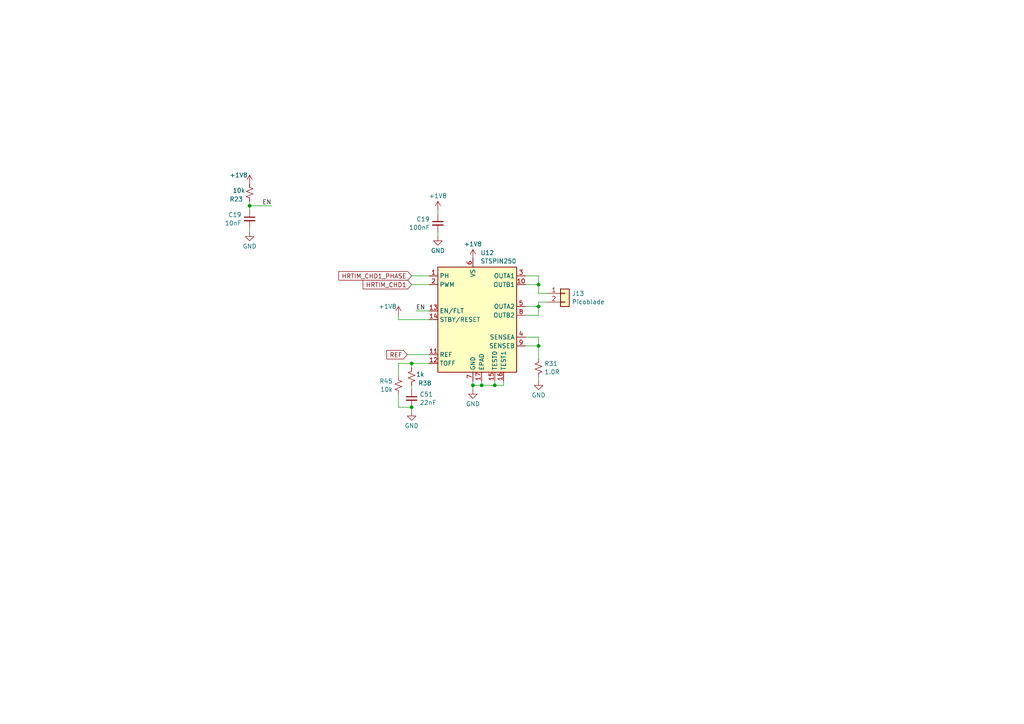
<source format=kicad_sch>
(kicad_sch (version 20230121) (generator eeschema)

  (uuid d3ae3c29-a710-4f7b-94c4-9f99cb159c5b)

  (paper "A4")

  (lib_symbols
    (symbol "Connector_Generic:Conn_01x02" (pin_names (offset 1.016) hide) (in_bom yes) (on_board yes)
      (property "Reference" "J" (at 0 2.54 0)
        (effects (font (size 1.27 1.27)))
      )
      (property "Value" "Conn_01x02" (at 0 -5.08 0)
        (effects (font (size 1.27 1.27)))
      )
      (property "Footprint" "" (at 0 0 0)
        (effects (font (size 1.27 1.27)) hide)
      )
      (property "Datasheet" "~" (at 0 0 0)
        (effects (font (size 1.27 1.27)) hide)
      )
      (property "ki_keywords" "connector" (at 0 0 0)
        (effects (font (size 1.27 1.27)) hide)
      )
      (property "ki_description" "Generic connector, single row, 01x02, script generated (kicad-library-utils/schlib/autogen/connector/)" (at 0 0 0)
        (effects (font (size 1.27 1.27)) hide)
      )
      (property "ki_fp_filters" "Connector*:*_1x??_*" (at 0 0 0)
        (effects (font (size 1.27 1.27)) hide)
      )
      (symbol "Conn_01x02_1_1"
        (rectangle (start -1.27 -2.413) (end 0 -2.667)
          (stroke (width 0.1524) (type default))
          (fill (type none))
        )
        (rectangle (start -1.27 0.127) (end 0 -0.127)
          (stroke (width 0.1524) (type default))
          (fill (type none))
        )
        (rectangle (start -1.27 1.27) (end 1.27 -3.81)
          (stroke (width 0.254) (type default))
          (fill (type background))
        )
        (pin passive line (at -5.08 0 0) (length 3.81)
          (name "Pin_1" (effects (font (size 1.27 1.27))))
          (number "1" (effects (font (size 1.27 1.27))))
        )
        (pin passive line (at -5.08 -2.54 0) (length 3.81)
          (name "Pin_2" (effects (font (size 1.27 1.27))))
          (number "2" (effects (font (size 1.27 1.27))))
        )
      )
    )
    (symbol "Device:C_Small" (pin_numbers hide) (pin_names (offset 0.254) hide) (in_bom yes) (on_board yes)
      (property "Reference" "C" (at 0.254 1.778 0)
        (effects (font (size 1.27 1.27)) (justify left))
      )
      (property "Value" "C_Small" (at 0.254 -2.032 0)
        (effects (font (size 1.27 1.27)) (justify left))
      )
      (property "Footprint" "" (at 0 0 0)
        (effects (font (size 1.27 1.27)) hide)
      )
      (property "Datasheet" "~" (at 0 0 0)
        (effects (font (size 1.27 1.27)) hide)
      )
      (property "ki_keywords" "capacitor cap" (at 0 0 0)
        (effects (font (size 1.27 1.27)) hide)
      )
      (property "ki_description" "Unpolarized capacitor, small symbol" (at 0 0 0)
        (effects (font (size 1.27 1.27)) hide)
      )
      (property "ki_fp_filters" "C_*" (at 0 0 0)
        (effects (font (size 1.27 1.27)) hide)
      )
      (symbol "C_Small_0_1"
        (polyline
          (pts
            (xy -1.524 -0.508)
            (xy 1.524 -0.508)
          )
          (stroke (width 0.3302) (type default))
          (fill (type none))
        )
        (polyline
          (pts
            (xy -1.524 0.508)
            (xy 1.524 0.508)
          )
          (stroke (width 0.3048) (type default))
          (fill (type none))
        )
      )
      (symbol "C_Small_1_1"
        (pin passive line (at 0 2.54 270) (length 2.032)
          (name "~" (effects (font (size 1.27 1.27))))
          (number "1" (effects (font (size 1.27 1.27))))
        )
        (pin passive line (at 0 -2.54 90) (length 2.032)
          (name "~" (effects (font (size 1.27 1.27))))
          (number "2" (effects (font (size 1.27 1.27))))
        )
      )
    )
    (symbol "Device:R_Small_US" (pin_numbers hide) (pin_names (offset 0.254) hide) (in_bom yes) (on_board yes)
      (property "Reference" "R" (at 0.762 0.508 0)
        (effects (font (size 1.27 1.27)) (justify left))
      )
      (property "Value" "R_Small_US" (at 0.762 -1.016 0)
        (effects (font (size 1.27 1.27)) (justify left))
      )
      (property "Footprint" "" (at 0 0 0)
        (effects (font (size 1.27 1.27)) hide)
      )
      (property "Datasheet" "~" (at 0 0 0)
        (effects (font (size 1.27 1.27)) hide)
      )
      (property "ki_keywords" "r resistor" (at 0 0 0)
        (effects (font (size 1.27 1.27)) hide)
      )
      (property "ki_description" "Resistor, small US symbol" (at 0 0 0)
        (effects (font (size 1.27 1.27)) hide)
      )
      (property "ki_fp_filters" "R_*" (at 0 0 0)
        (effects (font (size 1.27 1.27)) hide)
      )
      (symbol "R_Small_US_1_1"
        (polyline
          (pts
            (xy 0 0)
            (xy 1.016 -0.381)
            (xy 0 -0.762)
            (xy -1.016 -1.143)
            (xy 0 -1.524)
          )
          (stroke (width 0) (type default))
          (fill (type none))
        )
        (polyline
          (pts
            (xy 0 1.524)
            (xy 1.016 1.143)
            (xy 0 0.762)
            (xy -1.016 0.381)
            (xy 0 0)
          )
          (stroke (width 0) (type default))
          (fill (type none))
        )
        (pin passive line (at 0 2.54 270) (length 1.016)
          (name "~" (effects (font (size 1.27 1.27))))
          (number "1" (effects (font (size 1.27 1.27))))
        )
        (pin passive line (at 0 -2.54 90) (length 1.016)
          (name "~" (effects (font (size 1.27 1.27))))
          (number "2" (effects (font (size 1.27 1.27))))
        )
      )
    )
    (symbol "components_2:STSPIN250" (in_bom yes) (on_board yes)
      (property "Reference" "U" (at 6.35 21.59 0)
        (effects (font (size 1.27 1.27)))
      )
      (property "Value" "STSPIN250" (at 11.43 19.05 0)
        (effects (font (size 1.27 1.27)))
      )
      (property "Footprint" "" (at 0 24.13 0)
        (effects (font (size 1.27 1.27)) hide)
      )
      (property "Datasheet" "" (at 0 24.13 0)
        (effects (font (size 1.27 1.27)) hide)
      )
      (symbol "STSPIN250_0_1"
        (rectangle (start -10.16 15.24) (end 12.7 -15.24)
          (stroke (width 0.254) (type default))
          (fill (type background))
        )
      )
      (symbol "STSPIN250_1_1"
        (pin input line (at -12.7 12.7 0) (length 2.54)
          (name "PH" (effects (font (size 1.27 1.27))))
          (number "1" (effects (font (size 1.27 1.27))))
        )
        (pin power_out line (at 15.24 10.16 180) (length 2.54)
          (name "OUTB1" (effects (font (size 1.27 1.27))))
          (number "10" (effects (font (size 1.27 1.27))))
        )
        (pin input line (at -12.7 -10.16 0) (length 2.54)
          (name "REF" (effects (font (size 1.27 1.27))))
          (number "11" (effects (font (size 1.27 1.27))))
        )
        (pin input line (at -12.7 -12.7 0) (length 2.54)
          (name "TOFF" (effects (font (size 1.27 1.27))))
          (number "12" (effects (font (size 1.27 1.27))))
        )
        (pin bidirectional line (at -12.7 2.54 0) (length 2.54)
          (name "EN/FLT" (effects (font (size 1.27 1.27))))
          (number "13" (effects (font (size 1.27 1.27))))
        )
        (pin input line (at -12.7 0 0) (length 2.54)
          (name "STBY/RESET" (effects (font (size 1.27 1.27))))
          (number "14" (effects (font (size 1.27 1.27))))
        )
        (pin input line (at 6.35 -17.78 90) (length 2.54)
          (name "TEST0" (effects (font (size 1.27 1.27))))
          (number "15" (effects (font (size 1.27 1.27))))
        )
        (pin input line (at 8.89 -17.78 90) (length 2.54)
          (name "TEST1" (effects (font (size 1.27 1.27))))
          (number "16" (effects (font (size 1.27 1.27))))
        )
        (pin power_in line (at 2.54 -17.78 90) (length 2.54)
          (name "EPAD" (effects (font (size 1.27 1.27))))
          (number "17" (effects (font (size 1.27 1.27))))
        )
        (pin input line (at -12.7 10.16 0) (length 2.54)
          (name "PWM" (effects (font (size 1.27 1.27))))
          (number "2" (effects (font (size 1.27 1.27))))
        )
        (pin power_out line (at 15.24 12.7 180) (length 2.54)
          (name "OUTA1" (effects (font (size 1.27 1.27))))
          (number "3" (effects (font (size 1.27 1.27))))
        )
        (pin power_out line (at 15.24 -5.08 180) (length 2.54)
          (name "SENSEA" (effects (font (size 1.27 1.27))))
          (number "4" (effects (font (size 1.27 1.27))))
        )
        (pin power_out line (at 15.24 3.81 180) (length 2.54)
          (name "OUTA2" (effects (font (size 1.27 1.27))))
          (number "5" (effects (font (size 1.27 1.27))))
        )
        (pin power_in line (at 0 17.78 270) (length 2.54)
          (name "VS" (effects (font (size 1.27 1.27))))
          (number "6" (effects (font (size 1.27 1.27))))
        )
        (pin power_in line (at 0 -17.78 90) (length 2.54)
          (name "GND" (effects (font (size 1.27 1.27))))
          (number "7" (effects (font (size 1.27 1.27))))
        )
        (pin power_out line (at 15.24 1.27 180) (length 2.54)
          (name "OUTB2" (effects (font (size 1.27 1.27))))
          (number "8" (effects (font (size 1.27 1.27))))
        )
        (pin power_out line (at 15.24 -7.62 180) (length 2.54)
          (name "SENSEB" (effects (font (size 1.27 1.27))))
          (number "9" (effects (font (size 1.27 1.27))))
        )
      )
    )
    (symbol "power:+1V8" (power) (pin_names (offset 0)) (in_bom yes) (on_board yes)
      (property "Reference" "#PWR" (at 0 -3.81 0)
        (effects (font (size 1.27 1.27)) hide)
      )
      (property "Value" "+1V8" (at 0 3.556 0)
        (effects (font (size 1.27 1.27)))
      )
      (property "Footprint" "" (at 0 0 0)
        (effects (font (size 1.27 1.27)) hide)
      )
      (property "Datasheet" "" (at 0 0 0)
        (effects (font (size 1.27 1.27)) hide)
      )
      (property "ki_keywords" "global power" (at 0 0 0)
        (effects (font (size 1.27 1.27)) hide)
      )
      (property "ki_description" "Power symbol creates a global label with name \"+1V8\"" (at 0 0 0)
        (effects (font (size 1.27 1.27)) hide)
      )
      (symbol "+1V8_0_1"
        (polyline
          (pts
            (xy -0.762 1.27)
            (xy 0 2.54)
          )
          (stroke (width 0) (type default))
          (fill (type none))
        )
        (polyline
          (pts
            (xy 0 0)
            (xy 0 2.54)
          )
          (stroke (width 0) (type default))
          (fill (type none))
        )
        (polyline
          (pts
            (xy 0 2.54)
            (xy 0.762 1.27)
          )
          (stroke (width 0) (type default))
          (fill (type none))
        )
      )
      (symbol "+1V8_1_1"
        (pin power_in line (at 0 0 90) (length 0) hide
          (name "+1V8" (effects (font (size 1.27 1.27))))
          (number "1" (effects (font (size 1.27 1.27))))
        )
      )
    )
    (symbol "power:GND" (power) (pin_names (offset 0)) (in_bom yes) (on_board yes)
      (property "Reference" "#PWR" (at 0 -6.35 0)
        (effects (font (size 1.27 1.27)) hide)
      )
      (property "Value" "GND" (at 0 -3.81 0)
        (effects (font (size 1.27 1.27)))
      )
      (property "Footprint" "" (at 0 0 0)
        (effects (font (size 1.27 1.27)) hide)
      )
      (property "Datasheet" "" (at 0 0 0)
        (effects (font (size 1.27 1.27)) hide)
      )
      (property "ki_keywords" "global power" (at 0 0 0)
        (effects (font (size 1.27 1.27)) hide)
      )
      (property "ki_description" "Power symbol creates a global label with name \"GND\" , ground" (at 0 0 0)
        (effects (font (size 1.27 1.27)) hide)
      )
      (symbol "GND_0_1"
        (polyline
          (pts
            (xy 0 0)
            (xy 0 -1.27)
            (xy 1.27 -1.27)
            (xy 0 -2.54)
            (xy -1.27 -1.27)
            (xy 0 -1.27)
          )
          (stroke (width 0) (type default))
          (fill (type none))
        )
      )
      (symbol "GND_1_1"
        (pin power_in line (at 0 0 270) (length 0) hide
          (name "GND" (effects (font (size 1.27 1.27))))
          (number "1" (effects (font (size 1.27 1.27))))
        )
      )
    )
  )

  (junction (at 156.21 88.9) (diameter 0) (color 0 0 0 0)
    (uuid 434cb4db-e008-497a-ac75-29356549856d)
  )
  (junction (at 156.21 82.55) (diameter 0) (color 0 0 0 0)
    (uuid 73c65292-b353-4b6d-8478-edeff7afb8c7)
  )
  (junction (at 119.38 118.11) (diameter 0) (color 0 0 0 0)
    (uuid 94b6b8c9-8047-4795-9a9c-fb7cd95c839f)
  )
  (junction (at 156.21 100.33) (diameter 0) (color 0 0 0 0)
    (uuid a7a6fb4e-42d6-42a7-bbf0-d6c88e0348fa)
  )
  (junction (at 143.51 111.76) (diameter 0) (color 0 0 0 0)
    (uuid b3b1cf1f-3840-4d7e-9047-79997c3d87d6)
  )
  (junction (at 72.39 59.69) (diameter 0) (color 0 0 0 0)
    (uuid bb459f28-d261-43bd-8826-a1cdc551c043)
  )
  (junction (at 137.16 111.76) (diameter 0) (color 0 0 0 0)
    (uuid cbccabf5-514d-4f33-a5e2-8afd2e5196d0)
  )
  (junction (at 119.38 105.41) (diameter 0) (color 0 0 0 0)
    (uuid e8e8b19e-38ee-46f6-abe7-2eb9415a0c45)
  )
  (junction (at 139.7 111.76) (diameter 0) (color 0 0 0 0)
    (uuid ef668624-f822-4384-8bde-da48dda47b2b)
  )

  (wire (pts (xy 158.75 87.63) (xy 156.21 87.63))
    (stroke (width 0) (type default))
    (uuid 03cd1acd-860c-41b6-a0cf-6e5051d36e0a)
  )
  (wire (pts (xy 119.38 119.38) (xy 119.38 118.11))
    (stroke (width 0) (type default))
    (uuid 0b449ecc-9c82-4820-8698-d2d4d1a6b484)
  )
  (wire (pts (xy 152.4 91.44) (xy 156.21 91.44))
    (stroke (width 0) (type default))
    (uuid 0eadbab4-a729-4a40-b7f8-df60fec4a64f)
  )
  (wire (pts (xy 115.57 92.71) (xy 124.46 92.71))
    (stroke (width 0) (type default))
    (uuid 0f466d35-9b0b-4ceb-b8cd-ea19adb3e898)
  )
  (wire (pts (xy 72.39 59.69) (xy 78.74 59.69))
    (stroke (width 0) (type default))
    (uuid 11a62757-30dd-427f-8eac-ed00d11e1814)
  )
  (wire (pts (xy 143.51 111.76) (xy 143.51 110.49))
    (stroke (width 0) (type default))
    (uuid 19da91f9-6a5f-48be-9fcf-aa2467619f8e)
  )
  (wire (pts (xy 156.21 100.33) (xy 156.21 104.14))
    (stroke (width 0) (type default))
    (uuid 1b9f4e11-f494-4182-b389-bc772a267783)
  )
  (wire (pts (xy 115.57 105.41) (xy 119.38 105.41))
    (stroke (width 0) (type default))
    (uuid 20724527-7776-4670-b0cc-9f7d650e952e)
  )
  (wire (pts (xy 156.21 97.79) (xy 156.21 100.33))
    (stroke (width 0) (type default))
    (uuid 23522f3e-82c7-4660-bf36-698bed9ff747)
  )
  (wire (pts (xy 115.57 105.41) (xy 115.57 109.22))
    (stroke (width 0) (type default))
    (uuid 266f7f8c-85f0-4bfc-ac14-3e43d1278dbb)
  )
  (wire (pts (xy 118.11 102.87) (xy 124.46 102.87))
    (stroke (width 0) (type default))
    (uuid 281cc014-5e66-4632-bf75-9540f4ceba37)
  )
  (wire (pts (xy 119.38 80.01) (xy 124.46 80.01))
    (stroke (width 0) (type default))
    (uuid 28a0ffcc-d079-4eb4-a005-0b06f1d23200)
  )
  (wire (pts (xy 139.7 111.76) (xy 143.51 111.76))
    (stroke (width 0) (type default))
    (uuid 2c7a6d3a-27d4-47e9-a4c8-a2f54c3346dd)
  )
  (wire (pts (xy 115.57 91.44) (xy 115.57 92.71))
    (stroke (width 0) (type default))
    (uuid 2e373b68-696b-43be-8c67-9f63ce48e298)
  )
  (wire (pts (xy 119.38 111.76) (xy 119.38 113.03))
    (stroke (width 0) (type default))
    (uuid 2e7aa4f7-2f59-45c0-9c9e-df1fa5d386ac)
  )
  (wire (pts (xy 119.38 82.55) (xy 124.46 82.55))
    (stroke (width 0) (type default))
    (uuid 30b6b286-cd52-4b57-beaf-2a5b27882ca6)
  )
  (wire (pts (xy 156.21 88.9) (xy 156.21 91.44))
    (stroke (width 0) (type default))
    (uuid 445ea813-6607-4352-8695-0473fe659a8a)
  )
  (wire (pts (xy 137.16 111.76) (xy 137.16 113.03))
    (stroke (width 0) (type default))
    (uuid 45a19862-9131-4617-be6d-7f257a3c5054)
  )
  (wire (pts (xy 139.7 111.76) (xy 139.7 110.49))
    (stroke (width 0) (type default))
    (uuid 487c0dd1-8201-4f33-b8f2-393144b038f8)
  )
  (wire (pts (xy 146.05 111.76) (xy 146.05 110.49))
    (stroke (width 0) (type default))
    (uuid 4ce01599-ccbc-4594-b42d-d099858787a8)
  )
  (wire (pts (xy 72.39 59.69) (xy 72.39 60.96))
    (stroke (width 0) (type default))
    (uuid 5e97b69f-b450-4ea3-944f-a7d4fdde6e90)
  )
  (wire (pts (xy 137.16 110.49) (xy 137.16 111.76))
    (stroke (width 0) (type default))
    (uuid 603a7429-cd78-4607-ab5d-caf3dfa7385e)
  )
  (wire (pts (xy 156.21 85.09) (xy 158.75 85.09))
    (stroke (width 0) (type default))
    (uuid 6d3e1bae-fd32-4e05-b28b-78396ec183c2)
  )
  (wire (pts (xy 127 67.31) (xy 127 68.58))
    (stroke (width 0) (type default))
    (uuid 78851fe2-9688-4dbc-9a81-e27ce981c1f3)
  )
  (wire (pts (xy 156.21 82.55) (xy 156.21 85.09))
    (stroke (width 0) (type default))
    (uuid 815d45b0-8540-4fa8-8a69-4ab3476e3638)
  )
  (wire (pts (xy 72.39 58.42) (xy 72.39 59.69))
    (stroke (width 0) (type default))
    (uuid 87a918fe-0cd9-4c06-8e0e-d49869b5a2ae)
  )
  (wire (pts (xy 152.4 82.55) (xy 156.21 82.55))
    (stroke (width 0) (type default))
    (uuid 911ea3c5-c522-48e4-b8b7-ffe02eb55a93)
  )
  (wire (pts (xy 143.51 111.76) (xy 146.05 111.76))
    (stroke (width 0) (type default))
    (uuid 91d6b792-46f7-47f9-91e4-44f1397bc96d)
  )
  (wire (pts (xy 152.4 97.79) (xy 156.21 97.79))
    (stroke (width 0) (type default))
    (uuid a13d80eb-dd9f-4a70-b224-482e1c96e3df)
  )
  (wire (pts (xy 156.21 88.9) (xy 152.4 88.9))
    (stroke (width 0) (type default))
    (uuid a660deba-e634-41a5-9be9-1acdd54ca362)
  )
  (wire (pts (xy 152.4 100.33) (xy 156.21 100.33))
    (stroke (width 0) (type default))
    (uuid b7184f51-76fc-4818-af53-3af825e81bd1)
  )
  (wire (pts (xy 72.39 66.04) (xy 72.39 67.31))
    (stroke (width 0) (type default))
    (uuid b97654cc-6b1d-49b9-93c9-6ac0252ff0b8)
  )
  (wire (pts (xy 115.57 118.11) (xy 119.38 118.11))
    (stroke (width 0) (type default))
    (uuid c318da2f-fddf-4636-993e-5bc7cca1beac)
  )
  (wire (pts (xy 156.21 80.01) (xy 156.21 82.55))
    (stroke (width 0) (type default))
    (uuid df2ba190-63ee-43e9-80ec-603bc7b1877f)
  )
  (wire (pts (xy 137.16 111.76) (xy 139.7 111.76))
    (stroke (width 0) (type default))
    (uuid e3059f48-6eba-4772-a1e5-7160201bb03c)
  )
  (wire (pts (xy 120.65 90.17) (xy 124.46 90.17))
    (stroke (width 0) (type default))
    (uuid e9a31b84-fa76-47dc-b181-4530f0359c14)
  )
  (wire (pts (xy 156.21 109.22) (xy 156.21 110.49))
    (stroke (width 0) (type default))
    (uuid eb020714-22ff-400a-b95c-78631cd48784)
  )
  (wire (pts (xy 119.38 105.41) (xy 119.38 106.68))
    (stroke (width 0) (type default))
    (uuid f1eb8655-58c5-4a22-8f79-c4cc1f1bf9d1)
  )
  (wire (pts (xy 127 60.96) (xy 127 62.23))
    (stroke (width 0) (type default))
    (uuid f720122c-4380-418b-9614-9675d2e484e4)
  )
  (wire (pts (xy 115.57 114.3) (xy 115.57 118.11))
    (stroke (width 0) (type default))
    (uuid f7316a7e-2476-4819-8fb7-96fb7a77e1e5)
  )
  (wire (pts (xy 119.38 105.41) (xy 124.46 105.41))
    (stroke (width 0) (type default))
    (uuid f7a28afd-0294-4a52-a35d-87b0cb052b0f)
  )
  (wire (pts (xy 156.21 87.63) (xy 156.21 88.9))
    (stroke (width 0) (type default))
    (uuid fd07932c-b6c9-4dc1-bdde-48111e3bddea)
  )
  (wire (pts (xy 152.4 80.01) (xy 156.21 80.01))
    (stroke (width 0) (type default))
    (uuid fd3999ed-52e0-460b-b2ea-b4287d468792)
  )

  (label "EN" (at 78.74 59.69 180) (fields_autoplaced)
    (effects (font (size 1.27 1.27)) (justify right bottom))
    (uuid c59da95b-8872-441e-932d-0c7161e5ad5d)
  )
  (label "EN" (at 120.65 90.17 0) (fields_autoplaced)
    (effects (font (size 1.27 1.27)) (justify left bottom))
    (uuid cc3ae181-a2dc-4730-89a8-d239b9afe088)
  )

  (global_label "HRTIM_CHD1" (shape input) (at 119.38 82.55 180) (fields_autoplaced)
    (effects (font (size 1.27 1.27)) (justify right))
    (uuid 0d298f28-57db-46d2-94ff-e8051419746c)
    (property "Intersheetrefs" "${INTERSHEET_REFS}" (at 104.7229 82.55 0)
      (effects (font (size 1.27 1.27)) (justify right) hide)
    )
  )
  (global_label "HRTIM_CHD1_PHASE" (shape input) (at 119.38 80.01 180) (fields_autoplaced)
    (effects (font (size 1.27 1.27)) (justify right))
    (uuid 651021fb-d7af-41a1-9606-ec4655454d87)
    (property "Intersheetrefs" "${INTERSHEET_REFS}" (at 97.7077 80.01 0)
      (effects (font (size 1.27 1.27)) (justify right) hide)
    )
  )
  (global_label "REF" (shape input) (at 118.11 102.87 180) (fields_autoplaced)
    (effects (font (size 1.27 1.27)) (justify right))
    (uuid c64d69ca-d6b1-4062-bcd5-75f479bd3a95)
    (property "Intersheetrefs" "${INTERSHEET_REFS}" (at 111.6172 102.87 0)
      (effects (font (size 1.27 1.27)) (justify right) hide)
    )
  )

  (symbol (lib_id "components_2:STSPIN250") (at 137.16 92.71 0) (unit 1)
    (in_bom yes) (on_board yes) (dnp no) (fields_autoplaced)
    (uuid 19eeca92-6ca8-4a31-b672-8fde65669788)
    (property "Reference" "U12" (at 139.3541 73.3257 0)
      (effects (font (size 1.27 1.27)) (justify left))
    )
    (property "Value" "STSPIN250" (at 139.3541 75.7499 0)
      (effects (font (size 1.27 1.27)) (justify left))
    )
    (property "Footprint" "Ultra_librarian:VFQFPN16_STSPIN_STM" (at 137.16 68.58 0)
      (effects (font (size 1.27 1.27)) hide)
    )
    (property "Datasheet" "" (at 137.16 68.58 0)
      (effects (font (size 1.27 1.27)) hide)
    )
    (property "LCSC" "C155561" (at 137.16 92.71 0)
      (effects (font (size 1.27 1.27)) hide)
    )
    (pin "1" (uuid e46c6c14-ad89-41e7-8adc-19629b9363a5))
    (pin "10" (uuid 97811da0-6c20-4a56-8acc-ede948d652a4))
    (pin "11" (uuid 6cd8da83-5e41-42b5-9795-1502d753ce59))
    (pin "12" (uuid 5072d2bc-849c-45b0-86a6-f246efd8c396))
    (pin "13" (uuid 4e2c5edb-598c-4673-981e-bcf1a29386c7))
    (pin "14" (uuid ed236e16-818c-40c0-8947-e853eeccb1af))
    (pin "15" (uuid 027bc0af-25d8-4ee4-b50a-e4daa7fb83c4))
    (pin "16" (uuid 1f78152d-2d05-4851-8d13-4c6d33a2c056))
    (pin "17" (uuid 2a41c778-4014-4d8b-a467-265f45364098))
    (pin "2" (uuid d0ed151e-5bd0-4e9e-9f18-83566a9c2c95))
    (pin "3" (uuid e5cded07-f179-4277-acae-df617063fae1))
    (pin "4" (uuid 7dcbdaa4-9ce3-441b-bc2b-1453d2e23489))
    (pin "5" (uuid 73c7dc44-4717-45ba-9c72-8d83ddba3050))
    (pin "6" (uuid b625d927-c8b1-4d35-b443-f77956de00b2))
    (pin "7" (uuid fac90f5f-7773-4d00-a29d-cf122037bab4))
    (pin "8" (uuid a5d3c886-c924-40c6-89f2-10d7a9adb180))
    (pin "9" (uuid 917c6d82-403f-49be-8bb7-e6186ace1d0d))
    (instances
      (project "KASM_PCB_REV1"
        (path "/bcd76057-59fd-41c5-bb52-9bafb2ef74e0/04e958db-aa3d-41e7-905b-1283accbf3a5"
          (reference "U12") (unit 1)
        )
        (path "/bcd76057-59fd-41c5-bb52-9bafb2ef74e0/04e958db-aa3d-41e7-905b-1283accbf3a5/18dc00ae-3159-4780-b672-12977f79e5ac"
          (reference "U5") (unit 1)
        )
        (path "/bcd76057-59fd-41c5-bb52-9bafb2ef74e0/04e958db-aa3d-41e7-905b-1283accbf3a5/0e4a8bf2-0dd0-4daf-93f5-21aaab6e9079"
          (reference "U12") (unit 1)
        )
        (path "/bcd76057-59fd-41c5-bb52-9bafb2ef74e0/04e958db-aa3d-41e7-905b-1283accbf3a5/5eb57887-e81e-4477-9dd7-7aacc0de0d0b"
          (reference "U34") (unit 1)
        )
        (path "/bcd76057-59fd-41c5-bb52-9bafb2ef74e0/04e958db-aa3d-41e7-905b-1283accbf3a5/e0928f68-e618-4bed-a90d-d4217e4537fe"
          (reference "U35") (unit 1)
        )
        (path "/bcd76057-59fd-41c5-bb52-9bafb2ef74e0/04e958db-aa3d-41e7-905b-1283accbf3a5/035548b8-a31f-4ce4-88ad-eb25e49c8086"
          (reference "U36") (unit 1)
        )
        (path "/bcd76057-59fd-41c5-bb52-9bafb2ef74e0/04e958db-aa3d-41e7-905b-1283accbf3a5/ea7abcee-3bcc-4e0d-ba1f-bfc5afeaff56"
          (reference "U37") (unit 1)
        )
        (path "/bcd76057-59fd-41c5-bb52-9bafb2ef74e0/04e958db-aa3d-41e7-905b-1283accbf3a5/d43b2610-0e88-49f5-accf-91021c3a3747"
          (reference "U38") (unit 1)
        )
        (path "/bcd76057-59fd-41c5-bb52-9bafb2ef74e0/04e958db-aa3d-41e7-905b-1283accbf3a5/183aa310-3222-4137-baac-257f5699b820"
          (reference "U39") (unit 1)
        )
        (path "/bcd76057-59fd-41c5-bb52-9bafb2ef74e0/04e958db-aa3d-41e7-905b-1283accbf3a5/517c7ed0-094c-4bf8-893e-b74da427973a"
          (reference "U40") (unit 1)
        )
        (path "/bcd76057-59fd-41c5-bb52-9bafb2ef74e0/04e958db-aa3d-41e7-905b-1283accbf3a5/31bee4a8-b94d-44ab-a7b7-0e5ab7943934"
          (reference "U41") (unit 1)
        )
        (path "/bcd76057-59fd-41c5-bb52-9bafb2ef74e0/04e958db-aa3d-41e7-905b-1283accbf3a5/3c7f0f67-84e4-46e0-ae69-a3c8008fc518"
          (reference "U42") (unit 1)
        )
        (path "/bcd76057-59fd-41c5-bb52-9bafb2ef74e0/04e958db-aa3d-41e7-905b-1283accbf3a5/09624144-9abc-4214-b8b3-19be92fa01bb"
          (reference "U43") (unit 1)
        )
        (path "/bcd76057-59fd-41c5-bb52-9bafb2ef74e0/04e958db-aa3d-41e7-905b-1283accbf3a5/debcf873-ffd9-4218-a838-354e10f40114"
          (reference "U44") (unit 1)
        )
        (path "/bcd76057-59fd-41c5-bb52-9bafb2ef74e0/04e958db-aa3d-41e7-905b-1283accbf3a5/f3d20732-cdac-44e3-a331-3cd31b97ff57"
          (reference "U45") (unit 1)
        )
        (path "/bcd76057-59fd-41c5-bb52-9bafb2ef74e0/04e958db-aa3d-41e7-905b-1283accbf3a5/d282b751-7721-4014-b2b7-469980c2fd3d"
          (reference "U46") (unit 1)
        )
        (path "/bcd76057-59fd-41c5-bb52-9bafb2ef74e0/04e958db-aa3d-41e7-905b-1283accbf3a5/2f342150-1aa1-4808-811e-c8652a7360ed"
          (reference "U47") (unit 1)
        )
        (path "/bcd76057-59fd-41c5-bb52-9bafb2ef74e0/04e958db-aa3d-41e7-905b-1283accbf3a5/880b3b36-85e8-4c3c-aa09-491ac2842d9f"
          (reference "U48") (unit 1)
        )
        (path "/bcd76057-59fd-41c5-bb52-9bafb2ef74e0/04e958db-aa3d-41e7-905b-1283accbf3a5/a00a6dc6-5da7-4e1f-b4ec-6af8efc204f4"
          (reference "U49") (unit 1)
        )
        (path "/bcd76057-59fd-41c5-bb52-9bafb2ef74e0/04e958db-aa3d-41e7-905b-1283accbf3a5/fb97f32a-344e-42d0-80a3-2f30f649c95b"
          (reference "U50") (unit 1)
        )
        (path "/bcd76057-59fd-41c5-bb52-9bafb2ef74e0/04e958db-aa3d-41e7-905b-1283accbf3a5/758d2951-640e-4c88-be12-1a100eb086a5"
          (reference "U51") (unit 1)
        )
        (path "/bcd76057-59fd-41c5-bb52-9bafb2ef74e0/04e958db-aa3d-41e7-905b-1283accbf3a5/1e6d7f69-4122-453e-9254-d2339f5150d7"
          (reference "U52") (unit 1)
        )
        (path "/bcd76057-59fd-41c5-bb52-9bafb2ef74e0/04e958db-aa3d-41e7-905b-1283accbf3a5/cc8e9e82-b38f-4c96-81d0-3ca8ac77f771"
          (reference "U53") (unit 1)
        )
        (path "/bcd76057-59fd-41c5-bb52-9bafb2ef74e0/04e958db-aa3d-41e7-905b-1283accbf3a5/b1894ed9-6a63-4439-a2e8-1827c3e49ee7"
          (reference "U54") (unit 1)
        )
        (path "/bcd76057-59fd-41c5-bb52-9bafb2ef74e0/04e958db-aa3d-41e7-905b-1283accbf3a5/a49d49c7-da1f-4137-a620-bdc9f58595d1"
          (reference "U55") (unit 1)
        )
        (path "/bcd76057-59fd-41c5-bb52-9bafb2ef74e0/04e958db-aa3d-41e7-905b-1283accbf3a5/80cd4e08-0efe-488f-8e92-54beb1b4d1f2"
          (reference "U56") (unit 1)
        )
        (path "/bcd76057-59fd-41c5-bb52-9bafb2ef74e0/04e958db-aa3d-41e7-905b-1283accbf3a5/317da025-5f62-4c93-8d06-7954e608af1c"
          (reference "U57") (unit 1)
        )
        (path "/bcd76057-59fd-41c5-bb52-9bafb2ef74e0/04e958db-aa3d-41e7-905b-1283accbf3a5/fa3e3175-0ec2-4c23-918b-18b69f6d22c9"
          (reference "U7") (unit 1)
        )
      )
    )
  )

  (symbol (lib_id "power:GND") (at 119.38 119.38 0) (unit 1)
    (in_bom yes) (on_board yes) (dnp no)
    (uuid 1b560aea-f1d1-4242-9055-9226e0b1f112)
    (property "Reference" "#PWR0113" (at 119.38 125.73 0)
      (effects (font (size 1.27 1.27)) hide)
    )
    (property "Value" "GND" (at 119.38 123.5131 0)
      (effects (font (size 1.27 1.27)))
    )
    (property "Footprint" "" (at 119.38 119.38 0)
      (effects (font (size 1.27 1.27)) hide)
    )
    (property "Datasheet" "" (at 119.38 119.38 0)
      (effects (font (size 1.27 1.27)) hide)
    )
    (pin "1" (uuid 4637a27a-c5c6-4311-b6dc-3fecae4bd51a))
    (instances
      (project "KASM_PCB_REV1"
        (path "/bcd76057-59fd-41c5-bb52-9bafb2ef74e0/04e958db-aa3d-41e7-905b-1283accbf3a5"
          (reference "#PWR0113") (unit 1)
        )
        (path "/bcd76057-59fd-41c5-bb52-9bafb2ef74e0/04e958db-aa3d-41e7-905b-1283accbf3a5/18dc00ae-3159-4780-b672-12977f79e5ac"
          (reference "#PWR0106") (unit 1)
        )
        (path "/bcd76057-59fd-41c5-bb52-9bafb2ef74e0/04e958db-aa3d-41e7-905b-1283accbf3a5/0e4a8bf2-0dd0-4daf-93f5-21aaab6e9079"
          (reference "#PWR0262") (unit 1)
        )
        (path "/bcd76057-59fd-41c5-bb52-9bafb2ef74e0/04e958db-aa3d-41e7-905b-1283accbf3a5/5eb57887-e81e-4477-9dd7-7aacc0de0d0b"
          (reference "#PWR0269") (unit 1)
        )
        (path "/bcd76057-59fd-41c5-bb52-9bafb2ef74e0/04e958db-aa3d-41e7-905b-1283accbf3a5/e0928f68-e618-4bed-a90d-d4217e4537fe"
          (reference "#PWR0276") (unit 1)
        )
        (path "/bcd76057-59fd-41c5-bb52-9bafb2ef74e0/04e958db-aa3d-41e7-905b-1283accbf3a5/035548b8-a31f-4ce4-88ad-eb25e49c8086"
          (reference "#PWR0283") (unit 1)
        )
        (path "/bcd76057-59fd-41c5-bb52-9bafb2ef74e0/04e958db-aa3d-41e7-905b-1283accbf3a5/ea7abcee-3bcc-4e0d-ba1f-bfc5afeaff56"
          (reference "#PWR0290") (unit 1)
        )
        (path "/bcd76057-59fd-41c5-bb52-9bafb2ef74e0/04e958db-aa3d-41e7-905b-1283accbf3a5/d43b2610-0e88-49f5-accf-91021c3a3747"
          (reference "#PWR0297") (unit 1)
        )
        (path "/bcd76057-59fd-41c5-bb52-9bafb2ef74e0/04e958db-aa3d-41e7-905b-1283accbf3a5/183aa310-3222-4137-baac-257f5699b820"
          (reference "#PWR0304") (unit 1)
        )
        (path "/bcd76057-59fd-41c5-bb52-9bafb2ef74e0/04e958db-aa3d-41e7-905b-1283accbf3a5/517c7ed0-094c-4bf8-893e-b74da427973a"
          (reference "#PWR0311") (unit 1)
        )
        (path "/bcd76057-59fd-41c5-bb52-9bafb2ef74e0/04e958db-aa3d-41e7-905b-1283accbf3a5/31bee4a8-b94d-44ab-a7b7-0e5ab7943934"
          (reference "#PWR0318") (unit 1)
        )
        (path "/bcd76057-59fd-41c5-bb52-9bafb2ef74e0/04e958db-aa3d-41e7-905b-1283accbf3a5/3c7f0f67-84e4-46e0-ae69-a3c8008fc518"
          (reference "#PWR0325") (unit 1)
        )
        (path "/bcd76057-59fd-41c5-bb52-9bafb2ef74e0/04e958db-aa3d-41e7-905b-1283accbf3a5/09624144-9abc-4214-b8b3-19be92fa01bb"
          (reference "#PWR0332") (unit 1)
        )
        (path "/bcd76057-59fd-41c5-bb52-9bafb2ef74e0/04e958db-aa3d-41e7-905b-1283accbf3a5/debcf873-ffd9-4218-a838-354e10f40114"
          (reference "#PWR0339") (unit 1)
        )
        (path "/bcd76057-59fd-41c5-bb52-9bafb2ef74e0/04e958db-aa3d-41e7-905b-1283accbf3a5/f3d20732-cdac-44e3-a331-3cd31b97ff57"
          (reference "#PWR0346") (unit 1)
        )
        (path "/bcd76057-59fd-41c5-bb52-9bafb2ef74e0/04e958db-aa3d-41e7-905b-1283accbf3a5/d282b751-7721-4014-b2b7-469980c2fd3d"
          (reference "#PWR0353") (unit 1)
        )
        (path "/bcd76057-59fd-41c5-bb52-9bafb2ef74e0/04e958db-aa3d-41e7-905b-1283accbf3a5/2f342150-1aa1-4808-811e-c8652a7360ed"
          (reference "#PWR0360") (unit 1)
        )
        (path "/bcd76057-59fd-41c5-bb52-9bafb2ef74e0/04e958db-aa3d-41e7-905b-1283accbf3a5/880b3b36-85e8-4c3c-aa09-491ac2842d9f"
          (reference "#PWR0367") (unit 1)
        )
        (path "/bcd76057-59fd-41c5-bb52-9bafb2ef74e0/04e958db-aa3d-41e7-905b-1283accbf3a5/a00a6dc6-5da7-4e1f-b4ec-6af8efc204f4"
          (reference "#PWR0374") (unit 1)
        )
        (path "/bcd76057-59fd-41c5-bb52-9bafb2ef74e0/04e958db-aa3d-41e7-905b-1283accbf3a5/fb97f32a-344e-42d0-80a3-2f30f649c95b"
          (reference "#PWR0381") (unit 1)
        )
        (path "/bcd76057-59fd-41c5-bb52-9bafb2ef74e0/04e958db-aa3d-41e7-905b-1283accbf3a5/758d2951-640e-4c88-be12-1a100eb086a5"
          (reference "#PWR0388") (unit 1)
        )
        (path "/bcd76057-59fd-41c5-bb52-9bafb2ef74e0/04e958db-aa3d-41e7-905b-1283accbf3a5/1e6d7f69-4122-453e-9254-d2339f5150d7"
          (reference "#PWR0395") (unit 1)
        )
        (path "/bcd76057-59fd-41c5-bb52-9bafb2ef74e0/04e958db-aa3d-41e7-905b-1283accbf3a5/cc8e9e82-b38f-4c96-81d0-3ca8ac77f771"
          (reference "#PWR0402") (unit 1)
        )
        (path "/bcd76057-59fd-41c5-bb52-9bafb2ef74e0/04e958db-aa3d-41e7-905b-1283accbf3a5/b1894ed9-6a63-4439-a2e8-1827c3e49ee7"
          (reference "#PWR0409") (unit 1)
        )
        (path "/bcd76057-59fd-41c5-bb52-9bafb2ef74e0/04e958db-aa3d-41e7-905b-1283accbf3a5/a49d49c7-da1f-4137-a620-bdc9f58595d1"
          (reference "#PWR0416") (unit 1)
        )
        (path "/bcd76057-59fd-41c5-bb52-9bafb2ef74e0/04e958db-aa3d-41e7-905b-1283accbf3a5/80cd4e08-0efe-488f-8e92-54beb1b4d1f2"
          (reference "#PWR0423") (unit 1)
        )
        (path "/bcd76057-59fd-41c5-bb52-9bafb2ef74e0/04e958db-aa3d-41e7-905b-1283accbf3a5/317da025-5f62-4c93-8d06-7954e608af1c"
          (reference "#PWR0430") (unit 1)
        )
        (path "/bcd76057-59fd-41c5-bb52-9bafb2ef74e0/04e958db-aa3d-41e7-905b-1283accbf3a5/fa3e3175-0ec2-4c23-918b-18b69f6d22c9"
          (reference "#PWR0108") (unit 1)
        )
      )
    )
  )

  (symbol (lib_id "Device:R_Small_US") (at 115.57 111.76 0) (unit 1)
    (in_bom yes) (on_board yes) (dnp no)
    (uuid 1c0f638b-f20f-4b2e-b1b4-83a656ba64a2)
    (property "Reference" "R45" (at 113.919 110.5479 0)
      (effects (font (size 1.27 1.27)) (justify right))
    )
    (property "Value" "10k" (at 113.919 112.9721 0)
      (effects (font (size 1.27 1.27)) (justify right))
    )
    (property "Footprint" "Resistor_SMD:R_0402_1005Metric" (at 115.57 111.76 0)
      (effects (font (size 1.27 1.27)) hide)
    )
    (property "Datasheet" "~" (at 115.57 111.76 0)
      (effects (font (size 1.27 1.27)) hide)
    )
    (property "LCSC" "C25744" (at 115.57 111.76 0)
      (effects (font (size 1.27 1.27)) hide)
    )
    (pin "1" (uuid 32b177db-daf9-4a6b-9c8f-4c4a6aa2c23e))
    (pin "2" (uuid 07fe93d4-1469-4ba6-a4b1-0eeff5425a0e))
    (instances
      (project "KASM_PCB_REV1"
        (path "/bcd76057-59fd-41c5-bb52-9bafb2ef74e0/04e958db-aa3d-41e7-905b-1283accbf3a5"
          (reference "R45") (unit 1)
        )
        (path "/bcd76057-59fd-41c5-bb52-9bafb2ef74e0/04e958db-aa3d-41e7-905b-1283accbf3a5/18dc00ae-3159-4780-b672-12977f79e5ac"
          (reference "R45") (unit 1)
        )
        (path "/bcd76057-59fd-41c5-bb52-9bafb2ef74e0/04e958db-aa3d-41e7-905b-1283accbf3a5/0e4a8bf2-0dd0-4daf-93f5-21aaab6e9079"
          (reference "R110") (unit 1)
        )
        (path "/bcd76057-59fd-41c5-bb52-9bafb2ef74e0/04e958db-aa3d-41e7-905b-1283accbf3a5/5eb57887-e81e-4477-9dd7-7aacc0de0d0b"
          (reference "R113") (unit 1)
        )
        (path "/bcd76057-59fd-41c5-bb52-9bafb2ef74e0/04e958db-aa3d-41e7-905b-1283accbf3a5/e0928f68-e618-4bed-a90d-d4217e4537fe"
          (reference "R116") (unit 1)
        )
        (path "/bcd76057-59fd-41c5-bb52-9bafb2ef74e0/04e958db-aa3d-41e7-905b-1283accbf3a5/035548b8-a31f-4ce4-88ad-eb25e49c8086"
          (reference "R119") (unit 1)
        )
        (path "/bcd76057-59fd-41c5-bb52-9bafb2ef74e0/04e958db-aa3d-41e7-905b-1283accbf3a5/ea7abcee-3bcc-4e0d-ba1f-bfc5afeaff56"
          (reference "R122") (unit 1)
        )
        (path "/bcd76057-59fd-41c5-bb52-9bafb2ef74e0/04e958db-aa3d-41e7-905b-1283accbf3a5/d43b2610-0e88-49f5-accf-91021c3a3747"
          (reference "R125") (unit 1)
        )
        (path "/bcd76057-59fd-41c5-bb52-9bafb2ef74e0/04e958db-aa3d-41e7-905b-1283accbf3a5/183aa310-3222-4137-baac-257f5699b820"
          (reference "R128") (unit 1)
        )
        (path "/bcd76057-59fd-41c5-bb52-9bafb2ef74e0/04e958db-aa3d-41e7-905b-1283accbf3a5/517c7ed0-094c-4bf8-893e-b74da427973a"
          (reference "R131") (unit 1)
        )
        (path "/bcd76057-59fd-41c5-bb52-9bafb2ef74e0/04e958db-aa3d-41e7-905b-1283accbf3a5/31bee4a8-b94d-44ab-a7b7-0e5ab7943934"
          (reference "R134") (unit 1)
        )
        (path "/bcd76057-59fd-41c5-bb52-9bafb2ef74e0/04e958db-aa3d-41e7-905b-1283accbf3a5/3c7f0f67-84e4-46e0-ae69-a3c8008fc518"
          (reference "R137") (unit 1)
        )
        (path "/bcd76057-59fd-41c5-bb52-9bafb2ef74e0/04e958db-aa3d-41e7-905b-1283accbf3a5/09624144-9abc-4214-b8b3-19be92fa01bb"
          (reference "R140") (unit 1)
        )
        (path "/bcd76057-59fd-41c5-bb52-9bafb2ef74e0/04e958db-aa3d-41e7-905b-1283accbf3a5/debcf873-ffd9-4218-a838-354e10f40114"
          (reference "R143") (unit 1)
        )
        (path "/bcd76057-59fd-41c5-bb52-9bafb2ef74e0/04e958db-aa3d-41e7-905b-1283accbf3a5/f3d20732-cdac-44e3-a331-3cd31b97ff57"
          (reference "R146") (unit 1)
        )
        (path "/bcd76057-59fd-41c5-bb52-9bafb2ef74e0/04e958db-aa3d-41e7-905b-1283accbf3a5/d282b751-7721-4014-b2b7-469980c2fd3d"
          (reference "R149") (unit 1)
        )
        (path "/bcd76057-59fd-41c5-bb52-9bafb2ef74e0/04e958db-aa3d-41e7-905b-1283accbf3a5/2f342150-1aa1-4808-811e-c8652a7360ed"
          (reference "R152") (unit 1)
        )
        (path "/bcd76057-59fd-41c5-bb52-9bafb2ef74e0/04e958db-aa3d-41e7-905b-1283accbf3a5/880b3b36-85e8-4c3c-aa09-491ac2842d9f"
          (reference "R155") (unit 1)
        )
        (path "/bcd76057-59fd-41c5-bb52-9bafb2ef74e0/04e958db-aa3d-41e7-905b-1283accbf3a5/a00a6dc6-5da7-4e1f-b4ec-6af8efc204f4"
          (reference "R158") (unit 1)
        )
        (path "/bcd76057-59fd-41c5-bb52-9bafb2ef74e0/04e958db-aa3d-41e7-905b-1283accbf3a5/fb97f32a-344e-42d0-80a3-2f30f649c95b"
          (reference "R161") (unit 1)
        )
        (path "/bcd76057-59fd-41c5-bb52-9bafb2ef74e0/04e958db-aa3d-41e7-905b-1283accbf3a5/758d2951-640e-4c88-be12-1a100eb086a5"
          (reference "R164") (unit 1)
        )
        (path "/bcd76057-59fd-41c5-bb52-9bafb2ef74e0/04e958db-aa3d-41e7-905b-1283accbf3a5/1e6d7f69-4122-453e-9254-d2339f5150d7"
          (reference "R167") (unit 1)
        )
        (path "/bcd76057-59fd-41c5-bb52-9bafb2ef74e0/04e958db-aa3d-41e7-905b-1283accbf3a5/cc8e9e82-b38f-4c96-81d0-3ca8ac77f771"
          (reference "R170") (unit 1)
        )
        (path "/bcd76057-59fd-41c5-bb52-9bafb2ef74e0/04e958db-aa3d-41e7-905b-1283accbf3a5/b1894ed9-6a63-4439-a2e8-1827c3e49ee7"
          (reference "R173") (unit 1)
        )
        (path "/bcd76057-59fd-41c5-bb52-9bafb2ef74e0/04e958db-aa3d-41e7-905b-1283accbf3a5/a49d49c7-da1f-4137-a620-bdc9f58595d1"
          (reference "R176") (unit 1)
        )
        (path "/bcd76057-59fd-41c5-bb52-9bafb2ef74e0/04e958db-aa3d-41e7-905b-1283accbf3a5/80cd4e08-0efe-488f-8e92-54beb1b4d1f2"
          (reference "R179") (unit 1)
        )
        (path "/bcd76057-59fd-41c5-bb52-9bafb2ef74e0/04e958db-aa3d-41e7-905b-1283accbf3a5/317da025-5f62-4c93-8d06-7954e608af1c"
          (reference "R182") (unit 1)
        )
        (path "/bcd76057-59fd-41c5-bb52-9bafb2ef74e0/04e958db-aa3d-41e7-905b-1283accbf3a5/fa3e3175-0ec2-4c23-918b-18b69f6d22c9"
          (reference "R40") (unit 1)
        )
      )
    )
  )

  (symbol (lib_id "power:+1V8") (at 72.39 53.34 0) (unit 1)
    (in_bom yes) (on_board yes) (dnp no)
    (uuid 24c76068-90a2-4fec-b8ca-70da3f0b860a)
    (property "Reference" "#PWR030" (at 72.39 57.15 0)
      (effects (font (size 1.27 1.27)) hide)
    )
    (property "Value" "+1V8" (at 69.215 50.8 0)
      (effects (font (size 1.27 1.27)))
    )
    (property "Footprint" "" (at 72.39 53.34 0)
      (effects (font (size 1.27 1.27)) hide)
    )
    (property "Datasheet" "" (at 72.39 53.34 0)
      (effects (font (size 1.27 1.27)) hide)
    )
    (pin "1" (uuid 3ce8c395-861a-4456-bd8d-33d9df77c0b6))
    (instances
      (project "KASM_PCB_REV1"
        (path "/bcd76057-59fd-41c5-bb52-9bafb2ef74e0/9f28d78d-ca42-4041-9be6-b996c46b4a0a"
          (reference "#PWR030") (unit 1)
        )
        (path "/bcd76057-59fd-41c5-bb52-9bafb2ef74e0/04e958db-aa3d-41e7-905b-1283accbf3a5"
          (reference "#PWR062") (unit 1)
        )
        (path "/bcd76057-59fd-41c5-bb52-9bafb2ef74e0/04e958db-aa3d-41e7-905b-1283accbf3a5/317da025-5f62-4c93-8d06-7954e608af1c"
          (reference "#PWR014") (unit 1)
        )
        (path "/bcd76057-59fd-41c5-bb52-9bafb2ef74e0/04e958db-aa3d-41e7-905b-1283accbf3a5/fa3e3175-0ec2-4c23-918b-18b69f6d22c9"
          (reference "#PWR0127") (unit 1)
        )
      )
    )
  )

  (symbol (lib_id "Device:C_Small") (at 119.38 115.57 0) (unit 1)
    (in_bom yes) (on_board yes) (dnp no)
    (uuid 2782306e-b156-4b63-ae9d-a4809019075d)
    (property "Reference" "C51" (at 121.7041 114.3642 0)
      (effects (font (size 1.27 1.27)) (justify left))
    )
    (property "Value" "22nF" (at 121.7041 116.7884 0)
      (effects (font (size 1.27 1.27)) (justify left))
    )
    (property "Footprint" "Capacitor_SMD:C_0402_1005Metric" (at 119.38 115.57 0)
      (effects (font (size 1.27 1.27)) hide)
    )
    (property "Datasheet" "~" (at 119.38 115.57 0)
      (effects (font (size 1.27 1.27)) hide)
    )
    (property "LCSC" "C1532" (at 119.38 115.57 0)
      (effects (font (size 1.27 1.27)) hide)
    )
    (pin "1" (uuid 45cc038a-6790-4cfb-91c4-5c23167940f5))
    (pin "2" (uuid d4512f2d-7735-4fc1-a4ef-1aaab42564c2))
    (instances
      (project "KASM_PCB_REV1"
        (path "/bcd76057-59fd-41c5-bb52-9bafb2ef74e0/04e958db-aa3d-41e7-905b-1283accbf3a5"
          (reference "C51") (unit 1)
        )
        (path "/bcd76057-59fd-41c5-bb52-9bafb2ef74e0/04e958db-aa3d-41e7-905b-1283accbf3a5/18dc00ae-3159-4780-b672-12977f79e5ac"
          (reference "C51") (unit 1)
        )
        (path "/bcd76057-59fd-41c5-bb52-9bafb2ef74e0/04e958db-aa3d-41e7-905b-1283accbf3a5/0e4a8bf2-0dd0-4daf-93f5-21aaab6e9079"
          (reference "C95") (unit 1)
        )
        (path "/bcd76057-59fd-41c5-bb52-9bafb2ef74e0/04e958db-aa3d-41e7-905b-1283accbf3a5/5eb57887-e81e-4477-9dd7-7aacc0de0d0b"
          (reference "C97") (unit 1)
        )
        (path "/bcd76057-59fd-41c5-bb52-9bafb2ef74e0/04e958db-aa3d-41e7-905b-1283accbf3a5/e0928f68-e618-4bed-a90d-d4217e4537fe"
          (reference "C99") (unit 1)
        )
        (path "/bcd76057-59fd-41c5-bb52-9bafb2ef74e0/04e958db-aa3d-41e7-905b-1283accbf3a5/035548b8-a31f-4ce4-88ad-eb25e49c8086"
          (reference "C101") (unit 1)
        )
        (path "/bcd76057-59fd-41c5-bb52-9bafb2ef74e0/04e958db-aa3d-41e7-905b-1283accbf3a5/ea7abcee-3bcc-4e0d-ba1f-bfc5afeaff56"
          (reference "C103") (unit 1)
        )
        (path "/bcd76057-59fd-41c5-bb52-9bafb2ef74e0/04e958db-aa3d-41e7-905b-1283accbf3a5/d43b2610-0e88-49f5-accf-91021c3a3747"
          (reference "C105") (unit 1)
        )
        (path "/bcd76057-59fd-41c5-bb52-9bafb2ef74e0/04e958db-aa3d-41e7-905b-1283accbf3a5/183aa310-3222-4137-baac-257f5699b820"
          (reference "C107") (unit 1)
        )
        (path "/bcd76057-59fd-41c5-bb52-9bafb2ef74e0/04e958db-aa3d-41e7-905b-1283accbf3a5/517c7ed0-094c-4bf8-893e-b74da427973a"
          (reference "C109") (unit 1)
        )
        (path "/bcd76057-59fd-41c5-bb52-9bafb2ef74e0/04e958db-aa3d-41e7-905b-1283accbf3a5/31bee4a8-b94d-44ab-a7b7-0e5ab7943934"
          (reference "C111") (unit 1)
        )
        (path "/bcd76057-59fd-41c5-bb52-9bafb2ef74e0/04e958db-aa3d-41e7-905b-1283accbf3a5/3c7f0f67-84e4-46e0-ae69-a3c8008fc518"
          (reference "C113") (unit 1)
        )
        (path "/bcd76057-59fd-41c5-bb52-9bafb2ef74e0/04e958db-aa3d-41e7-905b-1283accbf3a5/09624144-9abc-4214-b8b3-19be92fa01bb"
          (reference "C115") (unit 1)
        )
        (path "/bcd76057-59fd-41c5-bb52-9bafb2ef74e0/04e958db-aa3d-41e7-905b-1283accbf3a5/debcf873-ffd9-4218-a838-354e10f40114"
          (reference "C117") (unit 1)
        )
        (path "/bcd76057-59fd-41c5-bb52-9bafb2ef74e0/04e958db-aa3d-41e7-905b-1283accbf3a5/f3d20732-cdac-44e3-a331-3cd31b97ff57"
          (reference "C119") (unit 1)
        )
        (path "/bcd76057-59fd-41c5-bb52-9bafb2ef74e0/04e958db-aa3d-41e7-905b-1283accbf3a5/d282b751-7721-4014-b2b7-469980c2fd3d"
          (reference "C121") (unit 1)
        )
        (path "/bcd76057-59fd-41c5-bb52-9bafb2ef74e0/04e958db-aa3d-41e7-905b-1283accbf3a5/2f342150-1aa1-4808-811e-c8652a7360ed"
          (reference "C123") (unit 1)
        )
        (path "/bcd76057-59fd-41c5-bb52-9bafb2ef74e0/04e958db-aa3d-41e7-905b-1283accbf3a5/880b3b36-85e8-4c3c-aa09-491ac2842d9f"
          (reference "C125") (unit 1)
        )
        (path "/bcd76057-59fd-41c5-bb52-9bafb2ef74e0/04e958db-aa3d-41e7-905b-1283accbf3a5/a00a6dc6-5da7-4e1f-b4ec-6af8efc204f4"
          (reference "C127") (unit 1)
        )
        (path "/bcd76057-59fd-41c5-bb52-9bafb2ef74e0/04e958db-aa3d-41e7-905b-1283accbf3a5/fb97f32a-344e-42d0-80a3-2f30f649c95b"
          (reference "C129") (unit 1)
        )
        (path "/bcd76057-59fd-41c5-bb52-9bafb2ef74e0/04e958db-aa3d-41e7-905b-1283accbf3a5/758d2951-640e-4c88-be12-1a100eb086a5"
          (reference "C131") (unit 1)
        )
        (path "/bcd76057-59fd-41c5-bb52-9bafb2ef74e0/04e958db-aa3d-41e7-905b-1283accbf3a5/1e6d7f69-4122-453e-9254-d2339f5150d7"
          (reference "C133") (unit 1)
        )
        (path "/bcd76057-59fd-41c5-bb52-9bafb2ef74e0/04e958db-aa3d-41e7-905b-1283accbf3a5/cc8e9e82-b38f-4c96-81d0-3ca8ac77f771"
          (reference "C135") (unit 1)
        )
        (path "/bcd76057-59fd-41c5-bb52-9bafb2ef74e0/04e958db-aa3d-41e7-905b-1283accbf3a5/b1894ed9-6a63-4439-a2e8-1827c3e49ee7"
          (reference "C137") (unit 1)
        )
        (path "/bcd76057-59fd-41c5-bb52-9bafb2ef74e0/04e958db-aa3d-41e7-905b-1283accbf3a5/a49d49c7-da1f-4137-a620-bdc9f58595d1"
          (reference "C139") (unit 1)
        )
        (path "/bcd76057-59fd-41c5-bb52-9bafb2ef74e0/04e958db-aa3d-41e7-905b-1283accbf3a5/80cd4e08-0efe-488f-8e92-54beb1b4d1f2"
          (reference "C141") (unit 1)
        )
        (path "/bcd76057-59fd-41c5-bb52-9bafb2ef74e0/04e958db-aa3d-41e7-905b-1283accbf3a5/317da025-5f62-4c93-8d06-7954e608af1c"
          (reference "C143") (unit 1)
        )
        (path "/bcd76057-59fd-41c5-bb52-9bafb2ef74e0/04e958db-aa3d-41e7-905b-1283accbf3a5/fa3e3175-0ec2-4c23-918b-18b69f6d22c9"
          (reference "C46") (unit 1)
        )
      )
    )
  )

  (symbol (lib_id "power:GND") (at 72.39 67.31 0) (unit 1)
    (in_bom yes) (on_board yes) (dnp no)
    (uuid 2a5807e7-884e-4d92-916d-487f268b0d8b)
    (property "Reference" "#PWR064" (at 72.39 73.66 0)
      (effects (font (size 1.27 1.27)) hide)
    )
    (property "Value" "GND" (at 72.39 71.4431 0)
      (effects (font (size 1.27 1.27)))
    )
    (property "Footprint" "" (at 72.39 67.31 0)
      (effects (font (size 1.27 1.27)) hide)
    )
    (property "Datasheet" "" (at 72.39 67.31 0)
      (effects (font (size 1.27 1.27)) hide)
    )
    (pin "1" (uuid 7b9887c2-60ec-4291-93ea-017f065ac2ec))
    (instances
      (project "KASM_PCB_REV1"
        (path "/bcd76057-59fd-41c5-bb52-9bafb2ef74e0/04e958db-aa3d-41e7-905b-1283accbf3a5"
          (reference "#PWR064") (unit 1)
        )
        (path "/bcd76057-59fd-41c5-bb52-9bafb2ef74e0/04e958db-aa3d-41e7-905b-1283accbf3a5/317da025-5f62-4c93-8d06-7954e608af1c"
          (reference "#PWR015") (unit 1)
        )
        (path "/bcd76057-59fd-41c5-bb52-9bafb2ef74e0/04e958db-aa3d-41e7-905b-1283accbf3a5/fa3e3175-0ec2-4c23-918b-18b69f6d22c9"
          (reference "#PWR0128") (unit 1)
        )
      )
    )
  )

  (symbol (lib_id "Device:C_Small") (at 127 64.77 0) (mirror y) (unit 1)
    (in_bom yes) (on_board yes) (dnp no)
    (uuid 30662a80-f7ba-4153-8c23-39ace1e524b8)
    (property "Reference" "C19" (at 124.6759 63.5642 0)
      (effects (font (size 1.27 1.27)) (justify left))
    )
    (property "Value" "100nF" (at 124.6759 65.9884 0)
      (effects (font (size 1.27 1.27)) (justify left))
    )
    (property "Footprint" "Capacitor_SMD:C_0402_1005Metric" (at 127 64.77 0)
      (effects (font (size 1.27 1.27)) hide)
    )
    (property "Datasheet" "~" (at 127 64.77 0)
      (effects (font (size 1.27 1.27)) hide)
    )
    (property "LCSC" "C1525" (at 127 64.77 0)
      (effects (font (size 1.27 1.27)) hide)
    )
    (pin "1" (uuid 895c655b-c28c-4357-b4cb-52024c7cdb04))
    (pin "2" (uuid 517a1446-2faa-475e-a498-cdaac64064c7))
    (instances
      (project "KASM_PCB_REV1"
        (path "/bcd76057-59fd-41c5-bb52-9bafb2ef74e0/9f28d78d-ca42-4041-9be6-b996c46b4a0a"
          (reference "C19") (unit 1)
        )
        (path "/bcd76057-59fd-41c5-bb52-9bafb2ef74e0/da6e1dd6-6549-4588-8765-3ff657cbe17b"
          (reference "C1") (unit 1)
        )
        (path "/bcd76057-59fd-41c5-bb52-9bafb2ef74e0/04e958db-aa3d-41e7-905b-1283accbf3a5"
          (reference "C40") (unit 1)
        )
        (path "/bcd76057-59fd-41c5-bb52-9bafb2ef74e0/04e958db-aa3d-41e7-905b-1283accbf3a5/18dc00ae-3159-4780-b672-12977f79e5ac"
          (reference "C40") (unit 1)
        )
        (path "/bcd76057-59fd-41c5-bb52-9bafb2ef74e0/04e958db-aa3d-41e7-905b-1283accbf3a5/0e4a8bf2-0dd0-4daf-93f5-21aaab6e9079"
          (reference "C94") (unit 1)
        )
        (path "/bcd76057-59fd-41c5-bb52-9bafb2ef74e0/04e958db-aa3d-41e7-905b-1283accbf3a5/5eb57887-e81e-4477-9dd7-7aacc0de0d0b"
          (reference "C96") (unit 1)
        )
        (path "/bcd76057-59fd-41c5-bb52-9bafb2ef74e0/04e958db-aa3d-41e7-905b-1283accbf3a5/e0928f68-e618-4bed-a90d-d4217e4537fe"
          (reference "C98") (unit 1)
        )
        (path "/bcd76057-59fd-41c5-bb52-9bafb2ef74e0/04e958db-aa3d-41e7-905b-1283accbf3a5/035548b8-a31f-4ce4-88ad-eb25e49c8086"
          (reference "C100") (unit 1)
        )
        (path "/bcd76057-59fd-41c5-bb52-9bafb2ef74e0/04e958db-aa3d-41e7-905b-1283accbf3a5/ea7abcee-3bcc-4e0d-ba1f-bfc5afeaff56"
          (reference "C102") (unit 1)
        )
        (path "/bcd76057-59fd-41c5-bb52-9bafb2ef74e0/04e958db-aa3d-41e7-905b-1283accbf3a5/d43b2610-0e88-49f5-accf-91021c3a3747"
          (reference "C104") (unit 1)
        )
        (path "/bcd76057-59fd-41c5-bb52-9bafb2ef74e0/04e958db-aa3d-41e7-905b-1283accbf3a5/183aa310-3222-4137-baac-257f5699b820"
          (reference "C106") (unit 1)
        )
        (path "/bcd76057-59fd-41c5-bb52-9bafb2ef74e0/04e958db-aa3d-41e7-905b-1283accbf3a5/517c7ed0-094c-4bf8-893e-b74da427973a"
          (reference "C108") (unit 1)
        )
        (path "/bcd76057-59fd-41c5-bb52-9bafb2ef74e0/04e958db-aa3d-41e7-905b-1283accbf3a5/31bee4a8-b94d-44ab-a7b7-0e5ab7943934"
          (reference "C110") (unit 1)
        )
        (path "/bcd76057-59fd-41c5-bb52-9bafb2ef74e0/04e958db-aa3d-41e7-905b-1283accbf3a5/3c7f0f67-84e4-46e0-ae69-a3c8008fc518"
          (reference "C112") (unit 1)
        )
        (path "/bcd76057-59fd-41c5-bb52-9bafb2ef74e0/04e958db-aa3d-41e7-905b-1283accbf3a5/09624144-9abc-4214-b8b3-19be92fa01bb"
          (reference "C114") (unit 1)
        )
        (path "/bcd76057-59fd-41c5-bb52-9bafb2ef74e0/04e958db-aa3d-41e7-905b-1283accbf3a5/debcf873-ffd9-4218-a838-354e10f40114"
          (reference "C116") (unit 1)
        )
        (path "/bcd76057-59fd-41c5-bb52-9bafb2ef74e0/04e958db-aa3d-41e7-905b-1283accbf3a5/f3d20732-cdac-44e3-a331-3cd31b97ff57"
          (reference "C118") (unit 1)
        )
        (path "/bcd76057-59fd-41c5-bb52-9bafb2ef74e0/04e958db-aa3d-41e7-905b-1283accbf3a5/d282b751-7721-4014-b2b7-469980c2fd3d"
          (reference "C120") (unit 1)
        )
        (path "/bcd76057-59fd-41c5-bb52-9bafb2ef74e0/04e958db-aa3d-41e7-905b-1283accbf3a5/2f342150-1aa1-4808-811e-c8652a7360ed"
          (reference "C122") (unit 1)
        )
        (path "/bcd76057-59fd-41c5-bb52-9bafb2ef74e0/04e958db-aa3d-41e7-905b-1283accbf3a5/880b3b36-85e8-4c3c-aa09-491ac2842d9f"
          (reference "C124") (unit 1)
        )
        (path "/bcd76057-59fd-41c5-bb52-9bafb2ef74e0/04e958db-aa3d-41e7-905b-1283accbf3a5/a00a6dc6-5da7-4e1f-b4ec-6af8efc204f4"
          (reference "C126") (unit 1)
        )
        (path "/bcd76057-59fd-41c5-bb52-9bafb2ef74e0/04e958db-aa3d-41e7-905b-1283accbf3a5/fb97f32a-344e-42d0-80a3-2f30f649c95b"
          (reference "C128") (unit 1)
        )
        (path "/bcd76057-59fd-41c5-bb52-9bafb2ef74e0/04e958db-aa3d-41e7-905b-1283accbf3a5/758d2951-640e-4c88-be12-1a100eb086a5"
          (reference "C130") (unit 1)
        )
        (path "/bcd76057-59fd-41c5-bb52-9bafb2ef74e0/04e958db-aa3d-41e7-905b-1283accbf3a5/1e6d7f69-4122-453e-9254-d2339f5150d7"
          (reference "C132") (unit 1)
        )
        (path "/bcd76057-59fd-41c5-bb52-9bafb2ef74e0/04e958db-aa3d-41e7-905b-1283accbf3a5/cc8e9e82-b38f-4c96-81d0-3ca8ac77f771"
          (reference "C134") (unit 1)
        )
        (path "/bcd76057-59fd-41c5-bb52-9bafb2ef74e0/04e958db-aa3d-41e7-905b-1283accbf3a5/b1894ed9-6a63-4439-a2e8-1827c3e49ee7"
          (reference "C136") (unit 1)
        )
        (path "/bcd76057-59fd-41c5-bb52-9bafb2ef74e0/04e958db-aa3d-41e7-905b-1283accbf3a5/a49d49c7-da1f-4137-a620-bdc9f58595d1"
          (reference "C138") (unit 1)
        )
        (path "/bcd76057-59fd-41c5-bb52-9bafb2ef74e0/04e958db-aa3d-41e7-905b-1283accbf3a5/80cd4e08-0efe-488f-8e92-54beb1b4d1f2"
          (reference "C140") (unit 1)
        )
        (path "/bcd76057-59fd-41c5-bb52-9bafb2ef74e0/04e958db-aa3d-41e7-905b-1283accbf3a5/317da025-5f62-4c93-8d06-7954e608af1c"
          (reference "C142") (unit 1)
        )
        (path "/bcd76057-59fd-41c5-bb52-9bafb2ef74e0/04e958db-aa3d-41e7-905b-1283accbf3a5/fa3e3175-0ec2-4c23-918b-18b69f6d22c9"
          (reference "C42") (unit 1)
        )
      )
    )
  )

  (symbol (lib_id "power:+1V8") (at 137.16 74.93 0) (unit 1)
    (in_bom yes) (on_board yes) (dnp no) (fields_autoplaced)
    (uuid 351bac8b-9ad0-4f87-b14f-9b52a07bdc9f)
    (property "Reference" "#PWR030" (at 137.16 78.74 0)
      (effects (font (size 1.27 1.27)) hide)
    )
    (property "Value" "+1V8" (at 137.16 70.7969 0)
      (effects (font (size 1.27 1.27)))
    )
    (property "Footprint" "" (at 137.16 74.93 0)
      (effects (font (size 1.27 1.27)) hide)
    )
    (property "Datasheet" "" (at 137.16 74.93 0)
      (effects (font (size 1.27 1.27)) hide)
    )
    (pin "1" (uuid 9b8d2036-7e0c-427a-b116-c0583ef1c727))
    (instances
      (project "KASM_PCB_REV1"
        (path "/bcd76057-59fd-41c5-bb52-9bafb2ef74e0/9f28d78d-ca42-4041-9be6-b996c46b4a0a"
          (reference "#PWR030") (unit 1)
        )
        (path "/bcd76057-59fd-41c5-bb52-9bafb2ef74e0/04e958db-aa3d-41e7-905b-1283accbf3a5"
          (reference "#PWR085") (unit 1)
        )
        (path "/bcd76057-59fd-41c5-bb52-9bafb2ef74e0/04e958db-aa3d-41e7-905b-1283accbf3a5/18dc00ae-3159-4780-b672-12977f79e5ac"
          (reference "#PWR074") (unit 1)
        )
        (path "/bcd76057-59fd-41c5-bb52-9bafb2ef74e0/04e958db-aa3d-41e7-905b-1283accbf3a5/0e4a8bf2-0dd0-4daf-93f5-21aaab6e9079"
          (reference "#PWR0258") (unit 1)
        )
        (path "/bcd76057-59fd-41c5-bb52-9bafb2ef74e0/04e958db-aa3d-41e7-905b-1283accbf3a5/5eb57887-e81e-4477-9dd7-7aacc0de0d0b"
          (reference "#PWR0265") (unit 1)
        )
        (path "/bcd76057-59fd-41c5-bb52-9bafb2ef74e0/04e958db-aa3d-41e7-905b-1283accbf3a5/e0928f68-e618-4bed-a90d-d4217e4537fe"
          (reference "#PWR0272") (unit 1)
        )
        (path "/bcd76057-59fd-41c5-bb52-9bafb2ef74e0/04e958db-aa3d-41e7-905b-1283accbf3a5/035548b8-a31f-4ce4-88ad-eb25e49c8086"
          (reference "#PWR0279") (unit 1)
        )
        (path "/bcd76057-59fd-41c5-bb52-9bafb2ef74e0/04e958db-aa3d-41e7-905b-1283accbf3a5/ea7abcee-3bcc-4e0d-ba1f-bfc5afeaff56"
          (reference "#PWR0286") (unit 1)
        )
        (path "/bcd76057-59fd-41c5-bb52-9bafb2ef74e0/04e958db-aa3d-41e7-905b-1283accbf3a5/d43b2610-0e88-49f5-accf-91021c3a3747"
          (reference "#PWR0293") (unit 1)
        )
        (path "/bcd76057-59fd-41c5-bb52-9bafb2ef74e0/04e958db-aa3d-41e7-905b-1283accbf3a5/183aa310-3222-4137-baac-257f5699b820"
          (reference "#PWR0300") (unit 1)
        )
        (path "/bcd76057-59fd-41c5-bb52-9bafb2ef74e0/04e958db-aa3d-41e7-905b-1283accbf3a5/517c7ed0-094c-4bf8-893e-b74da427973a"
          (reference "#PWR0307") (unit 1)
        )
        (path "/bcd76057-59fd-41c5-bb52-9bafb2ef74e0/04e958db-aa3d-41e7-905b-1283accbf3a5/31bee4a8-b94d-44ab-a7b7-0e5ab7943934"
          (reference "#PWR0314") (unit 1)
        )
        (path "/bcd76057-59fd-41c5-bb52-9bafb2ef74e0/04e958db-aa3d-41e7-905b-1283accbf3a5/3c7f0f67-84e4-46e0-ae69-a3c8008fc518"
          (reference "#PWR0321") (unit 1)
        )
        (path "/bcd76057-59fd-41c5-bb52-9bafb2ef74e0/04e958db-aa3d-41e7-905b-1283accbf3a5/09624144-9abc-4214-b8b3-19be92fa01bb"
          (reference "#PWR0328") (unit 1)
        )
        (path "/bcd76057-59fd-41c5-bb52-9bafb2ef74e0/04e958db-aa3d-41e7-905b-1283accbf3a5/debcf873-ffd9-4218-a838-354e10f40114"
          (reference "#PWR0335") (unit 1)
        )
        (path "/bcd76057-59fd-41c5-bb52-9bafb2ef74e0/04e958db-aa3d-41e7-905b-1283accbf3a5/f3d20732-cdac-44e3-a331-3cd31b97ff57"
          (reference "#PWR0342") (unit 1)
        )
        (path "/bcd76057-59fd-41c5-bb52-9bafb2ef74e0/04e958db-aa3d-41e7-905b-1283accbf3a5/d282b751-7721-4014-b2b7-469980c2fd3d"
          (reference "#PWR0349") (unit 1)
        )
        (path "/bcd76057-59fd-41c5-bb52-9bafb2ef74e0/04e958db-aa3d-41e7-905b-1283accbf3a5/2f342150-1aa1-4808-811e-c8652a7360ed"
          (reference "#PWR0356") (unit 1)
        )
        (path "/bcd76057-59fd-41c5-bb52-9bafb2ef74e0/04e958db-aa3d-41e7-905b-1283accbf3a5/880b3b36-85e8-4c3c-aa09-491ac2842d9f"
          (reference "#PWR0363") (unit 1)
        )
        (path "/bcd76057-59fd-41c5-bb52-9bafb2ef74e0/04e958db-aa3d-41e7-905b-1283accbf3a5/a00a6dc6-5da7-4e1f-b4ec-6af8efc204f4"
          (reference "#PWR0370") (unit 1)
        )
        (path "/bcd76057-59fd-41c5-bb52-9bafb2ef74e0/04e958db-aa3d-41e7-905b-1283accbf3a5/fb97f32a-344e-42d0-80a3-2f30f649c95b"
          (reference "#PWR0377") (unit 1)
        )
        (path "/bcd76057-59fd-41c5-bb52-9bafb2ef74e0/04e958db-aa3d-41e7-905b-1283accbf3a5/758d2951-640e-4c88-be12-1a100eb086a5"
          (reference "#PWR0384") (unit 1)
        )
        (path "/bcd76057-59fd-41c5-bb52-9bafb2ef74e0/04e958db-aa3d-41e7-905b-1283accbf3a5/1e6d7f69-4122-453e-9254-d2339f5150d7"
          (reference "#PWR0391") (unit 1)
        )
        (path "/bcd76057-59fd-41c5-bb52-9bafb2ef74e0/04e958db-aa3d-41e7-905b-1283accbf3a5/cc8e9e82-b38f-4c96-81d0-3ca8ac77f771"
          (reference "#PWR0398") (unit 1)
        )
        (path "/bcd76057-59fd-41c5-bb52-9bafb2ef74e0/04e958db-aa3d-41e7-905b-1283accbf3a5/b1894ed9-6a63-4439-a2e8-1827c3e49ee7"
          (reference "#PWR0405") (unit 1)
        )
        (path "/bcd76057-59fd-41c5-bb52-9bafb2ef74e0/04e958db-aa3d-41e7-905b-1283accbf3a5/a49d49c7-da1f-4137-a620-bdc9f58595d1"
          (reference "#PWR0412") (unit 1)
        )
        (path "/bcd76057-59fd-41c5-bb52-9bafb2ef74e0/04e958db-aa3d-41e7-905b-1283accbf3a5/80cd4e08-0efe-488f-8e92-54beb1b4d1f2"
          (reference "#PWR0419") (unit 1)
        )
        (path "/bcd76057-59fd-41c5-bb52-9bafb2ef74e0/04e958db-aa3d-41e7-905b-1283accbf3a5/317da025-5f62-4c93-8d06-7954e608af1c"
          (reference "#PWR0426") (unit 1)
        )
        (path "/bcd76057-59fd-41c5-bb52-9bafb2ef74e0/04e958db-aa3d-41e7-905b-1283accbf3a5/fa3e3175-0ec2-4c23-918b-18b69f6d22c9"
          (reference "#PWR080") (unit 1)
        )
      )
    )
  )

  (symbol (lib_id "power:GND") (at 127 68.58 0) (unit 1)
    (in_bom yes) (on_board yes) (dnp no)
    (uuid 356c60ad-5b4f-4089-bacf-47a1ef944ce7)
    (property "Reference" "#PWR074" (at 127 74.93 0)
      (effects (font (size 1.27 1.27)) hide)
    )
    (property "Value" "GND" (at 127 72.7131 0)
      (effects (font (size 1.27 1.27)))
    )
    (property "Footprint" "" (at 127 68.58 0)
      (effects (font (size 1.27 1.27)) hide)
    )
    (property "Datasheet" "" (at 127 68.58 0)
      (effects (font (size 1.27 1.27)) hide)
    )
    (pin "1" (uuid 24cd32ea-d013-41a9-a9d8-12b731f586e2))
    (instances
      (project "KASM_PCB_REV1"
        (path "/bcd76057-59fd-41c5-bb52-9bafb2ef74e0/04e958db-aa3d-41e7-905b-1283accbf3a5"
          (reference "#PWR074") (unit 1)
        )
        (path "/bcd76057-59fd-41c5-bb52-9bafb2ef74e0/04e958db-aa3d-41e7-905b-1283accbf3a5/18dc00ae-3159-4780-b672-12977f79e5ac"
          (reference "#PWR067") (unit 1)
        )
        (path "/bcd76057-59fd-41c5-bb52-9bafb2ef74e0/04e958db-aa3d-41e7-905b-1283accbf3a5/0e4a8bf2-0dd0-4daf-93f5-21aaab6e9079"
          (reference "#PWR0257") (unit 1)
        )
        (path "/bcd76057-59fd-41c5-bb52-9bafb2ef74e0/04e958db-aa3d-41e7-905b-1283accbf3a5/5eb57887-e81e-4477-9dd7-7aacc0de0d0b"
          (reference "#PWR0264") (unit 1)
        )
        (path "/bcd76057-59fd-41c5-bb52-9bafb2ef74e0/04e958db-aa3d-41e7-905b-1283accbf3a5/e0928f68-e618-4bed-a90d-d4217e4537fe"
          (reference "#PWR0271") (unit 1)
        )
        (path "/bcd76057-59fd-41c5-bb52-9bafb2ef74e0/04e958db-aa3d-41e7-905b-1283accbf3a5/035548b8-a31f-4ce4-88ad-eb25e49c8086"
          (reference "#PWR0278") (unit 1)
        )
        (path "/bcd76057-59fd-41c5-bb52-9bafb2ef74e0/04e958db-aa3d-41e7-905b-1283accbf3a5/ea7abcee-3bcc-4e0d-ba1f-bfc5afeaff56"
          (reference "#PWR0285") (unit 1)
        )
        (path "/bcd76057-59fd-41c5-bb52-9bafb2ef74e0/04e958db-aa3d-41e7-905b-1283accbf3a5/d43b2610-0e88-49f5-accf-91021c3a3747"
          (reference "#PWR0292") (unit 1)
        )
        (path "/bcd76057-59fd-41c5-bb52-9bafb2ef74e0/04e958db-aa3d-41e7-905b-1283accbf3a5/183aa310-3222-4137-baac-257f5699b820"
          (reference "#PWR0299") (unit 1)
        )
        (path "/bcd76057-59fd-41c5-bb52-9bafb2ef74e0/04e958db-aa3d-41e7-905b-1283accbf3a5/517c7ed0-094c-4bf8-893e-b74da427973a"
          (reference "#PWR0306") (unit 1)
        )
        (path "/bcd76057-59fd-41c5-bb52-9bafb2ef74e0/04e958db-aa3d-41e7-905b-1283accbf3a5/31bee4a8-b94d-44ab-a7b7-0e5ab7943934"
          (reference "#PWR0313") (unit 1)
        )
        (path "/bcd76057-59fd-41c5-bb52-9bafb2ef74e0/04e958db-aa3d-41e7-905b-1283accbf3a5/3c7f0f67-84e4-46e0-ae69-a3c8008fc518"
          (reference "#PWR0320") (unit 1)
        )
        (path "/bcd76057-59fd-41c5-bb52-9bafb2ef74e0/04e958db-aa3d-41e7-905b-1283accbf3a5/09624144-9abc-4214-b8b3-19be92fa01bb"
          (reference "#PWR0327") (unit 1)
        )
        (path "/bcd76057-59fd-41c5-bb52-9bafb2ef74e0/04e958db-aa3d-41e7-905b-1283accbf3a5/debcf873-ffd9-4218-a838-354e10f40114"
          (reference "#PWR0334") (unit 1)
        )
        (path "/bcd76057-59fd-41c5-bb52-9bafb2ef74e0/04e958db-aa3d-41e7-905b-1283accbf3a5/f3d20732-cdac-44e3-a331-3cd31b97ff57"
          (reference "#PWR0341") (unit 1)
        )
        (path "/bcd76057-59fd-41c5-bb52-9bafb2ef74e0/04e958db-aa3d-41e7-905b-1283accbf3a5/d282b751-7721-4014-b2b7-469980c2fd3d"
          (reference "#PWR0348") (unit 1)
        )
        (path "/bcd76057-59fd-41c5-bb52-9bafb2ef74e0/04e958db-aa3d-41e7-905b-1283accbf3a5/2f342150-1aa1-4808-811e-c8652a7360ed"
          (reference "#PWR0355") (unit 1)
        )
        (path "/bcd76057-59fd-41c5-bb52-9bafb2ef74e0/04e958db-aa3d-41e7-905b-1283accbf3a5/880b3b36-85e8-4c3c-aa09-491ac2842d9f"
          (reference "#PWR0362") (unit 1)
        )
        (path "/bcd76057-59fd-41c5-bb52-9bafb2ef74e0/04e958db-aa3d-41e7-905b-1283accbf3a5/a00a6dc6-5da7-4e1f-b4ec-6af8efc204f4"
          (reference "#PWR0369") (unit 1)
        )
        (path "/bcd76057-59fd-41c5-bb52-9bafb2ef74e0/04e958db-aa3d-41e7-905b-1283accbf3a5/fb97f32a-344e-42d0-80a3-2f30f649c95b"
          (reference "#PWR0376") (unit 1)
        )
        (path "/bcd76057-59fd-41c5-bb52-9bafb2ef74e0/04e958db-aa3d-41e7-905b-1283accbf3a5/758d2951-640e-4c88-be12-1a100eb086a5"
          (reference "#PWR0383") (unit 1)
        )
        (path "/bcd76057-59fd-41c5-bb52-9bafb2ef74e0/04e958db-aa3d-41e7-905b-1283accbf3a5/1e6d7f69-4122-453e-9254-d2339f5150d7"
          (reference "#PWR0390") (unit 1)
        )
        (path "/bcd76057-59fd-41c5-bb52-9bafb2ef74e0/04e958db-aa3d-41e7-905b-1283accbf3a5/cc8e9e82-b38f-4c96-81d0-3ca8ac77f771"
          (reference "#PWR0397") (unit 1)
        )
        (path "/bcd76057-59fd-41c5-bb52-9bafb2ef74e0/04e958db-aa3d-41e7-905b-1283accbf3a5/b1894ed9-6a63-4439-a2e8-1827c3e49ee7"
          (reference "#PWR0404") (unit 1)
        )
        (path "/bcd76057-59fd-41c5-bb52-9bafb2ef74e0/04e958db-aa3d-41e7-905b-1283accbf3a5/a49d49c7-da1f-4137-a620-bdc9f58595d1"
          (reference "#PWR0411") (unit 1)
        )
        (path "/bcd76057-59fd-41c5-bb52-9bafb2ef74e0/04e958db-aa3d-41e7-905b-1283accbf3a5/80cd4e08-0efe-488f-8e92-54beb1b4d1f2"
          (reference "#PWR0418") (unit 1)
        )
        (path "/bcd76057-59fd-41c5-bb52-9bafb2ef74e0/04e958db-aa3d-41e7-905b-1283accbf3a5/317da025-5f62-4c93-8d06-7954e608af1c"
          (reference "#PWR0425") (unit 1)
        )
        (path "/bcd76057-59fd-41c5-bb52-9bafb2ef74e0/04e958db-aa3d-41e7-905b-1283accbf3a5/fa3e3175-0ec2-4c23-918b-18b69f6d22c9"
          (reference "#PWR076") (unit 1)
        )
      )
    )
  )

  (symbol (lib_id "power:+1V8") (at 115.57 91.44 0) (unit 1)
    (in_bom yes) (on_board yes) (dnp no)
    (uuid 36a3b25a-fef5-4f9e-8ede-61ed5a81a95d)
    (property "Reference" "#PWR030" (at 115.57 95.25 0)
      (effects (font (size 1.27 1.27)) hide)
    )
    (property "Value" "+1V8" (at 112.395 88.9 0)
      (effects (font (size 1.27 1.27)))
    )
    (property "Footprint" "" (at 115.57 91.44 0)
      (effects (font (size 1.27 1.27)) hide)
    )
    (property "Datasheet" "" (at 115.57 91.44 0)
      (effects (font (size 1.27 1.27)) hide)
    )
    (pin "1" (uuid c019826a-b962-47ed-a44d-d165abda84d9))
    (instances
      (project "KASM_PCB_REV1"
        (path "/bcd76057-59fd-41c5-bb52-9bafb2ef74e0/9f28d78d-ca42-4041-9be6-b996c46b4a0a"
          (reference "#PWR030") (unit 1)
        )
        (path "/bcd76057-59fd-41c5-bb52-9bafb2ef74e0/04e958db-aa3d-41e7-905b-1283accbf3a5"
          (reference "#PWR092") (unit 1)
        )
        (path "/bcd76057-59fd-41c5-bb52-9bafb2ef74e0/04e958db-aa3d-41e7-905b-1283accbf3a5/18dc00ae-3159-4780-b672-12977f79e5ac"
          (reference "#PWR085") (unit 1)
        )
        (path "/bcd76057-59fd-41c5-bb52-9bafb2ef74e0/04e958db-aa3d-41e7-905b-1283accbf3a5/0e4a8bf2-0dd0-4daf-93f5-21aaab6e9079"
          (reference "#PWR0259") (unit 1)
        )
        (path "/bcd76057-59fd-41c5-bb52-9bafb2ef74e0/04e958db-aa3d-41e7-905b-1283accbf3a5/5eb57887-e81e-4477-9dd7-7aacc0de0d0b"
          (reference "#PWR0266") (unit 1)
        )
        (path "/bcd76057-59fd-41c5-bb52-9bafb2ef74e0/04e958db-aa3d-41e7-905b-1283accbf3a5/e0928f68-e618-4bed-a90d-d4217e4537fe"
          (reference "#PWR0273") (unit 1)
        )
        (path "/bcd76057-59fd-41c5-bb52-9bafb2ef74e0/04e958db-aa3d-41e7-905b-1283accbf3a5/035548b8-a31f-4ce4-88ad-eb25e49c8086"
          (reference "#PWR0280") (unit 1)
        )
        (path "/bcd76057-59fd-41c5-bb52-9bafb2ef74e0/04e958db-aa3d-41e7-905b-1283accbf3a5/ea7abcee-3bcc-4e0d-ba1f-bfc5afeaff56"
          (reference "#PWR0287") (unit 1)
        )
        (path "/bcd76057-59fd-41c5-bb52-9bafb2ef74e0/04e958db-aa3d-41e7-905b-1283accbf3a5/d43b2610-0e88-49f5-accf-91021c3a3747"
          (reference "#PWR0294") (unit 1)
        )
        (path "/bcd76057-59fd-41c5-bb52-9bafb2ef74e0/04e958db-aa3d-41e7-905b-1283accbf3a5/183aa310-3222-4137-baac-257f5699b820"
          (reference "#PWR0301") (unit 1)
        )
        (path "/bcd76057-59fd-41c5-bb52-9bafb2ef74e0/04e958db-aa3d-41e7-905b-1283accbf3a5/517c7ed0-094c-4bf8-893e-b74da427973a"
          (reference "#PWR0308") (unit 1)
        )
        (path "/bcd76057-59fd-41c5-bb52-9bafb2ef74e0/04e958db-aa3d-41e7-905b-1283accbf3a5/31bee4a8-b94d-44ab-a7b7-0e5ab7943934"
          (reference "#PWR0315") (unit 1)
        )
        (path "/bcd76057-59fd-41c5-bb52-9bafb2ef74e0/04e958db-aa3d-41e7-905b-1283accbf3a5/3c7f0f67-84e4-46e0-ae69-a3c8008fc518"
          (reference "#PWR0322") (unit 1)
        )
        (path "/bcd76057-59fd-41c5-bb52-9bafb2ef74e0/04e958db-aa3d-41e7-905b-1283accbf3a5/09624144-9abc-4214-b8b3-19be92fa01bb"
          (reference "#PWR0329") (unit 1)
        )
        (path "/bcd76057-59fd-41c5-bb52-9bafb2ef74e0/04e958db-aa3d-41e7-905b-1283accbf3a5/debcf873-ffd9-4218-a838-354e10f40114"
          (reference "#PWR0336") (unit 1)
        )
        (path "/bcd76057-59fd-41c5-bb52-9bafb2ef74e0/04e958db-aa3d-41e7-905b-1283accbf3a5/f3d20732-cdac-44e3-a331-3cd31b97ff57"
          (reference "#PWR0343") (unit 1)
        )
        (path "/bcd76057-59fd-41c5-bb52-9bafb2ef74e0/04e958db-aa3d-41e7-905b-1283accbf3a5/d282b751-7721-4014-b2b7-469980c2fd3d"
          (reference "#PWR0350") (unit 1)
        )
        (path "/bcd76057-59fd-41c5-bb52-9bafb2ef74e0/04e958db-aa3d-41e7-905b-1283accbf3a5/2f342150-1aa1-4808-811e-c8652a7360ed"
          (reference "#PWR0357") (unit 1)
        )
        (path "/bcd76057-59fd-41c5-bb52-9bafb2ef74e0/04e958db-aa3d-41e7-905b-1283accbf3a5/880b3b36-85e8-4c3c-aa09-491ac2842d9f"
          (reference "#PWR0364") (unit 1)
        )
        (path "/bcd76057-59fd-41c5-bb52-9bafb2ef74e0/04e958db-aa3d-41e7-905b-1283accbf3a5/a00a6dc6-5da7-4e1f-b4ec-6af8efc204f4"
          (reference "#PWR0371") (unit 1)
        )
        (path "/bcd76057-59fd-41c5-bb52-9bafb2ef74e0/04e958db-aa3d-41e7-905b-1283accbf3a5/fb97f32a-344e-42d0-80a3-2f30f649c95b"
          (reference "#PWR0378") (unit 1)
        )
        (path "/bcd76057-59fd-41c5-bb52-9bafb2ef74e0/04e958db-aa3d-41e7-905b-1283accbf3a5/758d2951-640e-4c88-be12-1a100eb086a5"
          (reference "#PWR0385") (unit 1)
        )
        (path "/bcd76057-59fd-41c5-bb52-9bafb2ef74e0/04e958db-aa3d-41e7-905b-1283accbf3a5/1e6d7f69-4122-453e-9254-d2339f5150d7"
          (reference "#PWR0392") (unit 1)
        )
        (path "/bcd76057-59fd-41c5-bb52-9bafb2ef74e0/04e958db-aa3d-41e7-905b-1283accbf3a5/cc8e9e82-b38f-4c96-81d0-3ca8ac77f771"
          (reference "#PWR0399") (unit 1)
        )
        (path "/bcd76057-59fd-41c5-bb52-9bafb2ef74e0/04e958db-aa3d-41e7-905b-1283accbf3a5/b1894ed9-6a63-4439-a2e8-1827c3e49ee7"
          (reference "#PWR0406") (unit 1)
        )
        (path "/bcd76057-59fd-41c5-bb52-9bafb2ef74e0/04e958db-aa3d-41e7-905b-1283accbf3a5/a49d49c7-da1f-4137-a620-bdc9f58595d1"
          (reference "#PWR0413") (unit 1)
        )
        (path "/bcd76057-59fd-41c5-bb52-9bafb2ef74e0/04e958db-aa3d-41e7-905b-1283accbf3a5/80cd4e08-0efe-488f-8e92-54beb1b4d1f2"
          (reference "#PWR0420") (unit 1)
        )
        (path "/bcd76057-59fd-41c5-bb52-9bafb2ef74e0/04e958db-aa3d-41e7-905b-1283accbf3a5/317da025-5f62-4c93-8d06-7954e608af1c"
          (reference "#PWR0427") (unit 1)
        )
        (path "/bcd76057-59fd-41c5-bb52-9bafb2ef74e0/04e958db-aa3d-41e7-905b-1283accbf3a5/fa3e3175-0ec2-4c23-918b-18b69f6d22c9"
          (reference "#PWR087") (unit 1)
        )
      )
    )
  )

  (symbol (lib_id "power:+1V8") (at 127 60.96 0) (unit 1)
    (in_bom yes) (on_board yes) (dnp no) (fields_autoplaced)
    (uuid 4a17b862-b28f-4bea-8fed-b959ba67ea57)
    (property "Reference" "#PWR030" (at 127 64.77 0)
      (effects (font (size 1.27 1.27)) hide)
    )
    (property "Value" "+1V8" (at 127 56.8269 0)
      (effects (font (size 1.27 1.27)))
    )
    (property "Footprint" "" (at 127 60.96 0)
      (effects (font (size 1.27 1.27)) hide)
    )
    (property "Datasheet" "" (at 127 60.96 0)
      (effects (font (size 1.27 1.27)) hide)
    )
    (pin "1" (uuid ca22d20b-9ec0-46dc-b815-a2e628a56dc4))
    (instances
      (project "KASM_PCB_REV1"
        (path "/bcd76057-59fd-41c5-bb52-9bafb2ef74e0/9f28d78d-ca42-4041-9be6-b996c46b4a0a"
          (reference "#PWR030") (unit 1)
        )
        (path "/bcd76057-59fd-41c5-bb52-9bafb2ef74e0/04e958db-aa3d-41e7-905b-1283accbf3a5"
          (reference "#PWR067") (unit 1)
        )
        (path "/bcd76057-59fd-41c5-bb52-9bafb2ef74e0/04e958db-aa3d-41e7-905b-1283accbf3a5/18dc00ae-3159-4780-b672-12977f79e5ac"
          (reference "#PWR023") (unit 1)
        )
        (path "/bcd76057-59fd-41c5-bb52-9bafb2ef74e0/04e958db-aa3d-41e7-905b-1283accbf3a5/0e4a8bf2-0dd0-4daf-93f5-21aaab6e9079"
          (reference "#PWR0113") (unit 1)
        )
        (path "/bcd76057-59fd-41c5-bb52-9bafb2ef74e0/04e958db-aa3d-41e7-905b-1283accbf3a5/5eb57887-e81e-4477-9dd7-7aacc0de0d0b"
          (reference "#PWR0263") (unit 1)
        )
        (path "/bcd76057-59fd-41c5-bb52-9bafb2ef74e0/04e958db-aa3d-41e7-905b-1283accbf3a5/e0928f68-e618-4bed-a90d-d4217e4537fe"
          (reference "#PWR0270") (unit 1)
        )
        (path "/bcd76057-59fd-41c5-bb52-9bafb2ef74e0/04e958db-aa3d-41e7-905b-1283accbf3a5/035548b8-a31f-4ce4-88ad-eb25e49c8086"
          (reference "#PWR0277") (unit 1)
        )
        (path "/bcd76057-59fd-41c5-bb52-9bafb2ef74e0/04e958db-aa3d-41e7-905b-1283accbf3a5/ea7abcee-3bcc-4e0d-ba1f-bfc5afeaff56"
          (reference "#PWR0284") (unit 1)
        )
        (path "/bcd76057-59fd-41c5-bb52-9bafb2ef74e0/04e958db-aa3d-41e7-905b-1283accbf3a5/d43b2610-0e88-49f5-accf-91021c3a3747"
          (reference "#PWR0291") (unit 1)
        )
        (path "/bcd76057-59fd-41c5-bb52-9bafb2ef74e0/04e958db-aa3d-41e7-905b-1283accbf3a5/183aa310-3222-4137-baac-257f5699b820"
          (reference "#PWR0298") (unit 1)
        )
        (path "/bcd76057-59fd-41c5-bb52-9bafb2ef74e0/04e958db-aa3d-41e7-905b-1283accbf3a5/517c7ed0-094c-4bf8-893e-b74da427973a"
          (reference "#PWR0305") (unit 1)
        )
        (path "/bcd76057-59fd-41c5-bb52-9bafb2ef74e0/04e958db-aa3d-41e7-905b-1283accbf3a5/31bee4a8-b94d-44ab-a7b7-0e5ab7943934"
          (reference "#PWR0312") (unit 1)
        )
        (path "/bcd76057-59fd-41c5-bb52-9bafb2ef74e0/04e958db-aa3d-41e7-905b-1283accbf3a5/3c7f0f67-84e4-46e0-ae69-a3c8008fc518"
          (reference "#PWR0319") (unit 1)
        )
        (path "/bcd76057-59fd-41c5-bb52-9bafb2ef74e0/04e958db-aa3d-41e7-905b-1283accbf3a5/09624144-9abc-4214-b8b3-19be92fa01bb"
          (reference "#PWR0326") (unit 1)
        )
        (path "/bcd76057-59fd-41c5-bb52-9bafb2ef74e0/04e958db-aa3d-41e7-905b-1283accbf3a5/debcf873-ffd9-4218-a838-354e10f40114"
          (reference "#PWR0333") (unit 1)
        )
        (path "/bcd76057-59fd-41c5-bb52-9bafb2ef74e0/04e958db-aa3d-41e7-905b-1283accbf3a5/f3d20732-cdac-44e3-a331-3cd31b97ff57"
          (reference "#PWR0340") (unit 1)
        )
        (path "/bcd76057-59fd-41c5-bb52-9bafb2ef74e0/04e958db-aa3d-41e7-905b-1283accbf3a5/d282b751-7721-4014-b2b7-469980c2fd3d"
          (reference "#PWR0347") (unit 1)
        )
        (path "/bcd76057-59fd-41c5-bb52-9bafb2ef74e0/04e958db-aa3d-41e7-905b-1283accbf3a5/2f342150-1aa1-4808-811e-c8652a7360ed"
          (reference "#PWR0354") (unit 1)
        )
        (path "/bcd76057-59fd-41c5-bb52-9bafb2ef74e0/04e958db-aa3d-41e7-905b-1283accbf3a5/880b3b36-85e8-4c3c-aa09-491ac2842d9f"
          (reference "#PWR0361") (unit 1)
        )
        (path "/bcd76057-59fd-41c5-bb52-9bafb2ef74e0/04e958db-aa3d-41e7-905b-1283accbf3a5/a00a6dc6-5da7-4e1f-b4ec-6af8efc204f4"
          (reference "#PWR0368") (unit 1)
        )
        (path "/bcd76057-59fd-41c5-bb52-9bafb2ef74e0/04e958db-aa3d-41e7-905b-1283accbf3a5/fb97f32a-344e-42d0-80a3-2f30f649c95b"
          (reference "#PWR0375") (unit 1)
        )
        (path "/bcd76057-59fd-41c5-bb52-9bafb2ef74e0/04e958db-aa3d-41e7-905b-1283accbf3a5/758d2951-640e-4c88-be12-1a100eb086a5"
          (reference "#PWR0382") (unit 1)
        )
        (path "/bcd76057-59fd-41c5-bb52-9bafb2ef74e0/04e958db-aa3d-41e7-905b-1283accbf3a5/1e6d7f69-4122-453e-9254-d2339f5150d7"
          (reference "#PWR0389") (unit 1)
        )
        (path "/bcd76057-59fd-41c5-bb52-9bafb2ef74e0/04e958db-aa3d-41e7-905b-1283accbf3a5/cc8e9e82-b38f-4c96-81d0-3ca8ac77f771"
          (reference "#PWR0396") (unit 1)
        )
        (path "/bcd76057-59fd-41c5-bb52-9bafb2ef74e0/04e958db-aa3d-41e7-905b-1283accbf3a5/b1894ed9-6a63-4439-a2e8-1827c3e49ee7"
          (reference "#PWR0403") (unit 1)
        )
        (path "/bcd76057-59fd-41c5-bb52-9bafb2ef74e0/04e958db-aa3d-41e7-905b-1283accbf3a5/a49d49c7-da1f-4137-a620-bdc9f58595d1"
          (reference "#PWR0410") (unit 1)
        )
        (path "/bcd76057-59fd-41c5-bb52-9bafb2ef74e0/04e958db-aa3d-41e7-905b-1283accbf3a5/80cd4e08-0efe-488f-8e92-54beb1b4d1f2"
          (reference "#PWR0417") (unit 1)
        )
        (path "/bcd76057-59fd-41c5-bb52-9bafb2ef74e0/04e958db-aa3d-41e7-905b-1283accbf3a5/317da025-5f62-4c93-8d06-7954e608af1c"
          (reference "#PWR0424") (unit 1)
        )
        (path "/bcd76057-59fd-41c5-bb52-9bafb2ef74e0/04e958db-aa3d-41e7-905b-1283accbf3a5/fa3e3175-0ec2-4c23-918b-18b69f6d22c9"
          (reference "#PWR069") (unit 1)
        )
      )
    )
  )

  (symbol (lib_id "Device:C_Small") (at 72.39 63.5 0) (mirror y) (unit 1)
    (in_bom yes) (on_board yes) (dnp no)
    (uuid 5e2b47f9-8aba-4e44-af0e-0db366c3d361)
    (property "Reference" "C19" (at 70.0659 62.2942 0)
      (effects (font (size 1.27 1.27)) (justify left))
    )
    (property "Value" "10nF" (at 70.0659 64.7184 0)
      (effects (font (size 1.27 1.27)) (justify left))
    )
    (property "Footprint" "Capacitor_SMD:C_0402_1005Metric" (at 72.39 63.5 0)
      (effects (font (size 1.27 1.27)) hide)
    )
    (property "Datasheet" "~" (at 72.39 63.5 0)
      (effects (font (size 1.27 1.27)) hide)
    )
    (property "LCSC" "C15195" (at 72.39 63.5 0)
      (effects (font (size 1.27 1.27)) hide)
    )
    (pin "1" (uuid 9b49ad02-417a-42a5-9962-8042742eea5d))
    (pin "2" (uuid bceca5d8-5004-4c09-b958-e998945ca8df))
    (instances
      (project "KASM_PCB_REV1"
        (path "/bcd76057-59fd-41c5-bb52-9bafb2ef74e0/9f28d78d-ca42-4041-9be6-b996c46b4a0a"
          (reference "C19") (unit 1)
        )
        (path "/bcd76057-59fd-41c5-bb52-9bafb2ef74e0/da6e1dd6-6549-4588-8765-3ff657cbe17b"
          (reference "C1") (unit 1)
        )
        (path "/bcd76057-59fd-41c5-bb52-9bafb2ef74e0/04e958db-aa3d-41e7-905b-1283accbf3a5"
          (reference "C37") (unit 1)
        )
        (path "/bcd76057-59fd-41c5-bb52-9bafb2ef74e0/04e958db-aa3d-41e7-905b-1283accbf3a5/317da025-5f62-4c93-8d06-7954e608af1c"
          (reference "C37") (unit 1)
        )
        (path "/bcd76057-59fd-41c5-bb52-9bafb2ef74e0/04e958db-aa3d-41e7-905b-1283accbf3a5/fa3e3175-0ec2-4c23-918b-18b69f6d22c9"
          (reference "C70") (unit 1)
        )
      )
    )
  )

  (symbol (lib_id "Device:R_Small_US") (at 156.21 106.68 0) (mirror y) (unit 1)
    (in_bom yes) (on_board yes) (dnp no)
    (uuid 739f4a2e-f4a0-4e6c-a631-5fbace4a89ae)
    (property "Reference" "R31" (at 157.861 105.4679 0)
      (effects (font (size 1.27 1.27)) (justify right))
    )
    (property "Value" "1.0R" (at 157.861 107.8921 0)
      (effects (font (size 1.27 1.27)) (justify right))
    )
    (property "Footprint" "Resistor_SMD:R_1206_3216Metric" (at 156.21 106.68 0)
      (effects (font (size 1.27 1.27)) hide)
    )
    (property "Datasheet" "~" (at 156.21 106.68 0)
      (effects (font (size 1.27 1.27)) hide)
    )
    (property "LCSC" "C17928" (at 156.21 106.68 0)
      (effects (font (size 1.27 1.27)) hide)
    )
    (pin "1" (uuid ab332750-1698-44ce-bd44-361051c37c00))
    (pin "2" (uuid 61c375fc-a9c2-41cd-b3f5-3d3481223289))
    (instances
      (project "KASM_PCB_REV1"
        (path "/bcd76057-59fd-41c5-bb52-9bafb2ef74e0/04e958db-aa3d-41e7-905b-1283accbf3a5"
          (reference "R31") (unit 1)
        )
        (path "/bcd76057-59fd-41c5-bb52-9bafb2ef74e0/04e958db-aa3d-41e7-905b-1283accbf3a5/18dc00ae-3159-4780-b672-12977f79e5ac"
          (reference "R31") (unit 1)
        )
        (path "/bcd76057-59fd-41c5-bb52-9bafb2ef74e0/04e958db-aa3d-41e7-905b-1283accbf3a5/0e4a8bf2-0dd0-4daf-93f5-21aaab6e9079"
          (reference "R108") (unit 1)
        )
        (path "/bcd76057-59fd-41c5-bb52-9bafb2ef74e0/04e958db-aa3d-41e7-905b-1283accbf3a5/5eb57887-e81e-4477-9dd7-7aacc0de0d0b"
          (reference "R111") (unit 1)
        )
        (path "/bcd76057-59fd-41c5-bb52-9bafb2ef74e0/04e958db-aa3d-41e7-905b-1283accbf3a5/e0928f68-e618-4bed-a90d-d4217e4537fe"
          (reference "R114") (unit 1)
        )
        (path "/bcd76057-59fd-41c5-bb52-9bafb2ef74e0/04e958db-aa3d-41e7-905b-1283accbf3a5/035548b8-a31f-4ce4-88ad-eb25e49c8086"
          (reference "R117") (unit 1)
        )
        (path "/bcd76057-59fd-41c5-bb52-9bafb2ef74e0/04e958db-aa3d-41e7-905b-1283accbf3a5/ea7abcee-3bcc-4e0d-ba1f-bfc5afeaff56"
          (reference "R120") (unit 1)
        )
        (path "/bcd76057-59fd-41c5-bb52-9bafb2ef74e0/04e958db-aa3d-41e7-905b-1283accbf3a5/d43b2610-0e88-49f5-accf-91021c3a3747"
          (reference "R123") (unit 1)
        )
        (path "/bcd76057-59fd-41c5-bb52-9bafb2ef74e0/04e958db-aa3d-41e7-905b-1283accbf3a5/183aa310-3222-4137-baac-257f5699b820"
          (reference "R126") (unit 1)
        )
        (path "/bcd76057-59fd-41c5-bb52-9bafb2ef74e0/04e958db-aa3d-41e7-905b-1283accbf3a5/517c7ed0-094c-4bf8-893e-b74da427973a"
          (reference "R129") (unit 1)
        )
        (path "/bcd76057-59fd-41c5-bb52-9bafb2ef74e0/04e958db-aa3d-41e7-905b-1283accbf3a5/31bee4a8-b94d-44ab-a7b7-0e5ab7943934"
          (reference "R132") (unit 1)
        )
        (path "/bcd76057-59fd-41c5-bb52-9bafb2ef74e0/04e958db-aa3d-41e7-905b-1283accbf3a5/3c7f0f67-84e4-46e0-ae69-a3c8008fc518"
          (reference "R135") (unit 1)
        )
        (path "/bcd76057-59fd-41c5-bb52-9bafb2ef74e0/04e958db-aa3d-41e7-905b-1283accbf3a5/09624144-9abc-4214-b8b3-19be92fa01bb"
          (reference "R138") (unit 1)
        )
        (path "/bcd76057-59fd-41c5-bb52-9bafb2ef74e0/04e958db-aa3d-41e7-905b-1283accbf3a5/debcf873-ffd9-4218-a838-354e10f40114"
          (reference "R141") (unit 1)
        )
        (path "/bcd76057-59fd-41c5-bb52-9bafb2ef74e0/04e958db-aa3d-41e7-905b-1283accbf3a5/f3d20732-cdac-44e3-a331-3cd31b97ff57"
          (reference "R144") (unit 1)
        )
        (path "/bcd76057-59fd-41c5-bb52-9bafb2ef74e0/04e958db-aa3d-41e7-905b-1283accbf3a5/d282b751-7721-4014-b2b7-469980c2fd3d"
          (reference "R147") (unit 1)
        )
        (path "/bcd76057-59fd-41c5-bb52-9bafb2ef74e0/04e958db-aa3d-41e7-905b-1283accbf3a5/2f342150-1aa1-4808-811e-c8652a7360ed"
          (reference "R150") (unit 1)
        )
        (path "/bcd76057-59fd-41c5-bb52-9bafb2ef74e0/04e958db-aa3d-41e7-905b-1283accbf3a5/880b3b36-85e8-4c3c-aa09-491ac2842d9f"
          (reference "R153") (unit 1)
        )
        (path "/bcd76057-59fd-41c5-bb52-9bafb2ef74e0/04e958db-aa3d-41e7-905b-1283accbf3a5/a00a6dc6-5da7-4e1f-b4ec-6af8efc204f4"
          (reference "R156") (unit 1)
        )
        (path "/bcd76057-59fd-41c5-bb52-9bafb2ef74e0/04e958db-aa3d-41e7-905b-1283accbf3a5/fb97f32a-344e-42d0-80a3-2f30f649c95b"
          (reference "R159") (unit 1)
        )
        (path "/bcd76057-59fd-41c5-bb52-9bafb2ef74e0/04e958db-aa3d-41e7-905b-1283accbf3a5/758d2951-640e-4c88-be12-1a100eb086a5"
          (reference "R162") (unit 1)
        )
        (path "/bcd76057-59fd-41c5-bb52-9bafb2ef74e0/04e958db-aa3d-41e7-905b-1283accbf3a5/1e6d7f69-4122-453e-9254-d2339f5150d7"
          (reference "R165") (unit 1)
        )
        (path "/bcd76057-59fd-41c5-bb52-9bafb2ef74e0/04e958db-aa3d-41e7-905b-1283accbf3a5/cc8e9e82-b38f-4c96-81d0-3ca8ac77f771"
          (reference "R168") (unit 1)
        )
        (path "/bcd76057-59fd-41c5-bb52-9bafb2ef74e0/04e958db-aa3d-41e7-905b-1283accbf3a5/b1894ed9-6a63-4439-a2e8-1827c3e49ee7"
          (reference "R171") (unit 1)
        )
        (path "/bcd76057-59fd-41c5-bb52-9bafb2ef74e0/04e958db-aa3d-41e7-905b-1283accbf3a5/a49d49c7-da1f-4137-a620-bdc9f58595d1"
          (reference "R174") (unit 1)
        )
        (path "/bcd76057-59fd-41c5-bb52-9bafb2ef74e0/04e958db-aa3d-41e7-905b-1283accbf3a5/80cd4e08-0efe-488f-8e92-54beb1b4d1f2"
          (reference "R177") (unit 1)
        )
        (path "/bcd76057-59fd-41c5-bb52-9bafb2ef74e0/04e958db-aa3d-41e7-905b-1283accbf3a5/317da025-5f62-4c93-8d06-7954e608af1c"
          (reference "R180") (unit 1)
        )
        (path "/bcd76057-59fd-41c5-bb52-9bafb2ef74e0/04e958db-aa3d-41e7-905b-1283accbf3a5/fa3e3175-0ec2-4c23-918b-18b69f6d22c9"
          (reference "R26") (unit 1)
        )
      )
    )
  )

  (symbol (lib_id "power:GND") (at 137.16 113.03 0) (unit 1)
    (in_bom yes) (on_board yes) (dnp no) (fields_autoplaced)
    (uuid 74518738-9a2d-49ce-902d-cebd6635bc08)
    (property "Reference" "#PWR0106" (at 137.16 119.38 0)
      (effects (font (size 1.27 1.27)) hide)
    )
    (property "Value" "GND" (at 137.16 117.1631 0)
      (effects (font (size 1.27 1.27)))
    )
    (property "Footprint" "" (at 137.16 113.03 0)
      (effects (font (size 1.27 1.27)) hide)
    )
    (property "Datasheet" "" (at 137.16 113.03 0)
      (effects (font (size 1.27 1.27)) hide)
    )
    (pin "1" (uuid 740dfa53-853c-4514-890c-6a7137be4141))
    (instances
      (project "KASM_PCB_REV1"
        (path "/bcd76057-59fd-41c5-bb52-9bafb2ef74e0/04e958db-aa3d-41e7-905b-1283accbf3a5"
          (reference "#PWR0106") (unit 1)
        )
        (path "/bcd76057-59fd-41c5-bb52-9bafb2ef74e0/04e958db-aa3d-41e7-905b-1283accbf3a5/18dc00ae-3159-4780-b672-12977f79e5ac"
          (reference "#PWR099") (unit 1)
        )
        (path "/bcd76057-59fd-41c5-bb52-9bafb2ef74e0/04e958db-aa3d-41e7-905b-1283accbf3a5/0e4a8bf2-0dd0-4daf-93f5-21aaab6e9079"
          (reference "#PWR0261") (unit 1)
        )
        (path "/bcd76057-59fd-41c5-bb52-9bafb2ef74e0/04e958db-aa3d-41e7-905b-1283accbf3a5/5eb57887-e81e-4477-9dd7-7aacc0de0d0b"
          (reference "#PWR0268") (unit 1)
        )
        (path "/bcd76057-59fd-41c5-bb52-9bafb2ef74e0/04e958db-aa3d-41e7-905b-1283accbf3a5/e0928f68-e618-4bed-a90d-d4217e4537fe"
          (reference "#PWR0275") (unit 1)
        )
        (path "/bcd76057-59fd-41c5-bb52-9bafb2ef74e0/04e958db-aa3d-41e7-905b-1283accbf3a5/035548b8-a31f-4ce4-88ad-eb25e49c8086"
          (reference "#PWR0282") (unit 1)
        )
        (path "/bcd76057-59fd-41c5-bb52-9bafb2ef74e0/04e958db-aa3d-41e7-905b-1283accbf3a5/ea7abcee-3bcc-4e0d-ba1f-bfc5afeaff56"
          (reference "#PWR0289") (unit 1)
        )
        (path "/bcd76057-59fd-41c5-bb52-9bafb2ef74e0/04e958db-aa3d-41e7-905b-1283accbf3a5/d43b2610-0e88-49f5-accf-91021c3a3747"
          (reference "#PWR0296") (unit 1)
        )
        (path "/bcd76057-59fd-41c5-bb52-9bafb2ef74e0/04e958db-aa3d-41e7-905b-1283accbf3a5/183aa310-3222-4137-baac-257f5699b820"
          (reference "#PWR0303") (unit 1)
        )
        (path "/bcd76057-59fd-41c5-bb52-9bafb2ef74e0/04e958db-aa3d-41e7-905b-1283accbf3a5/517c7ed0-094c-4bf8-893e-b74da427973a"
          (reference "#PWR0310") (unit 1)
        )
        (path "/bcd76057-59fd-41c5-bb52-9bafb2ef74e0/04e958db-aa3d-41e7-905b-1283accbf3a5/31bee4a8-b94d-44ab-a7b7-0e5ab7943934"
          (reference "#PWR0317") (unit 1)
        )
        (path "/bcd76057-59fd-41c5-bb52-9bafb2ef74e0/04e958db-aa3d-41e7-905b-1283accbf3a5/3c7f0f67-84e4-46e0-ae69-a3c8008fc518"
          (reference "#PWR0324") (unit 1)
        )
        (path "/bcd76057-59fd-41c5-bb52-9bafb2ef74e0/04e958db-aa3d-41e7-905b-1283accbf3a5/09624144-9abc-4214-b8b3-19be92fa01bb"
          (reference "#PWR0331") (unit 1)
        )
        (path "/bcd76057-59fd-41c5-bb52-9bafb2ef74e0/04e958db-aa3d-41e7-905b-1283accbf3a5/debcf873-ffd9-4218-a838-354e10f40114"
          (reference "#PWR0338") (unit 1)
        )
        (path "/bcd76057-59fd-41c5-bb52-9bafb2ef74e0/04e958db-aa3d-41e7-905b-1283accbf3a5/f3d20732-cdac-44e3-a331-3cd31b97ff57"
          (reference "#PWR0345") (unit 1)
        )
        (path "/bcd76057-59fd-41c5-bb52-9bafb2ef74e0/04e958db-aa3d-41e7-905b-1283accbf3a5/d282b751-7721-4014-b2b7-469980c2fd3d"
          (reference "#PWR0352") (unit 1)
        )
        (path "/bcd76057-59fd-41c5-bb52-9bafb2ef74e0/04e958db-aa3d-41e7-905b-1283accbf3a5/2f342150-1aa1-4808-811e-c8652a7360ed"
          (reference "#PWR0359") (unit 1)
        )
        (path "/bcd76057-59fd-41c5-bb52-9bafb2ef74e0/04e958db-aa3d-41e7-905b-1283accbf3a5/880b3b36-85e8-4c3c-aa09-491ac2842d9f"
          (reference "#PWR0366") (unit 1)
        )
        (path "/bcd76057-59fd-41c5-bb52-9bafb2ef74e0/04e958db-aa3d-41e7-905b-1283accbf3a5/a00a6dc6-5da7-4e1f-b4ec-6af8efc204f4"
          (reference "#PWR0373") (unit 1)
        )
        (path "/bcd76057-59fd-41c5-bb52-9bafb2ef74e0/04e958db-aa3d-41e7-905b-1283accbf3a5/fb97f32a-344e-42d0-80a3-2f30f649c95b"
          (reference "#PWR0380") (unit 1)
        )
        (path "/bcd76057-59fd-41c5-bb52-9bafb2ef74e0/04e958db-aa3d-41e7-905b-1283accbf3a5/758d2951-640e-4c88-be12-1a100eb086a5"
          (reference "#PWR0387") (unit 1)
        )
        (path "/bcd76057-59fd-41c5-bb52-9bafb2ef74e0/04e958db-aa3d-41e7-905b-1283accbf3a5/1e6d7f69-4122-453e-9254-d2339f5150d7"
          (reference "#PWR0394") (unit 1)
        )
        (path "/bcd76057-59fd-41c5-bb52-9bafb2ef74e0/04e958db-aa3d-41e7-905b-1283accbf3a5/cc8e9e82-b38f-4c96-81d0-3ca8ac77f771"
          (reference "#PWR0401") (unit 1)
        )
        (path "/bcd76057-59fd-41c5-bb52-9bafb2ef74e0/04e958db-aa3d-41e7-905b-1283accbf3a5/b1894ed9-6a63-4439-a2e8-1827c3e49ee7"
          (reference "#PWR0408") (unit 1)
        )
        (path "/bcd76057-59fd-41c5-bb52-9bafb2ef74e0/04e958db-aa3d-41e7-905b-1283accbf3a5/a49d49c7-da1f-4137-a620-bdc9f58595d1"
          (reference "#PWR0415") (unit 1)
        )
        (path "/bcd76057-59fd-41c5-bb52-9bafb2ef74e0/04e958db-aa3d-41e7-905b-1283accbf3a5/80cd4e08-0efe-488f-8e92-54beb1b4d1f2"
          (reference "#PWR0422") (unit 1)
        )
        (path "/bcd76057-59fd-41c5-bb52-9bafb2ef74e0/04e958db-aa3d-41e7-905b-1283accbf3a5/317da025-5f62-4c93-8d06-7954e608af1c"
          (reference "#PWR0429") (unit 1)
        )
        (path "/bcd76057-59fd-41c5-bb52-9bafb2ef74e0/04e958db-aa3d-41e7-905b-1283accbf3a5/fa3e3175-0ec2-4c23-918b-18b69f6d22c9"
          (reference "#PWR0101") (unit 1)
        )
      )
    )
  )

  (symbol (lib_id "power:GND") (at 156.21 110.49 0) (unit 1)
    (in_bom yes) (on_board yes) (dnp no)
    (uuid a568ec19-dec9-4f79-b07f-364af78324cf)
    (property "Reference" "#PWR099" (at 156.21 116.84 0)
      (effects (font (size 1.27 1.27)) hide)
    )
    (property "Value" "GND" (at 156.21 114.6231 0)
      (effects (font (size 1.27 1.27)))
    )
    (property "Footprint" "" (at 156.21 110.49 0)
      (effects (font (size 1.27 1.27)) hide)
    )
    (property "Datasheet" "" (at 156.21 110.49 0)
      (effects (font (size 1.27 1.27)) hide)
    )
    (pin "1" (uuid 279dac8c-d05c-4a86-9fdc-742511642c30))
    (instances
      (project "KASM_PCB_REV1"
        (path "/bcd76057-59fd-41c5-bb52-9bafb2ef74e0/04e958db-aa3d-41e7-905b-1283accbf3a5"
          (reference "#PWR099") (unit 1)
        )
        (path "/bcd76057-59fd-41c5-bb52-9bafb2ef74e0/04e958db-aa3d-41e7-905b-1283accbf3a5/18dc00ae-3159-4780-b672-12977f79e5ac"
          (reference "#PWR092") (unit 1)
        )
        (path "/bcd76057-59fd-41c5-bb52-9bafb2ef74e0/04e958db-aa3d-41e7-905b-1283accbf3a5/0e4a8bf2-0dd0-4daf-93f5-21aaab6e9079"
          (reference "#PWR0260") (unit 1)
        )
        (path "/bcd76057-59fd-41c5-bb52-9bafb2ef74e0/04e958db-aa3d-41e7-905b-1283accbf3a5/5eb57887-e81e-4477-9dd7-7aacc0de0d0b"
          (reference "#PWR0267") (unit 1)
        )
        (path "/bcd76057-59fd-41c5-bb52-9bafb2ef74e0/04e958db-aa3d-41e7-905b-1283accbf3a5/e0928f68-e618-4bed-a90d-d4217e4537fe"
          (reference "#PWR0274") (unit 1)
        )
        (path "/bcd76057-59fd-41c5-bb52-9bafb2ef74e0/04e958db-aa3d-41e7-905b-1283accbf3a5/035548b8-a31f-4ce4-88ad-eb25e49c8086"
          (reference "#PWR0281") (unit 1)
        )
        (path "/bcd76057-59fd-41c5-bb52-9bafb2ef74e0/04e958db-aa3d-41e7-905b-1283accbf3a5/ea7abcee-3bcc-4e0d-ba1f-bfc5afeaff56"
          (reference "#PWR0288") (unit 1)
        )
        (path "/bcd76057-59fd-41c5-bb52-9bafb2ef74e0/04e958db-aa3d-41e7-905b-1283accbf3a5/d43b2610-0e88-49f5-accf-91021c3a3747"
          (reference "#PWR0295") (unit 1)
        )
        (path "/bcd76057-59fd-41c5-bb52-9bafb2ef74e0/04e958db-aa3d-41e7-905b-1283accbf3a5/183aa310-3222-4137-baac-257f5699b820"
          (reference "#PWR0302") (unit 1)
        )
        (path "/bcd76057-59fd-41c5-bb52-9bafb2ef74e0/04e958db-aa3d-41e7-905b-1283accbf3a5/517c7ed0-094c-4bf8-893e-b74da427973a"
          (reference "#PWR0309") (unit 1)
        )
        (path "/bcd76057-59fd-41c5-bb52-9bafb2ef74e0/04e958db-aa3d-41e7-905b-1283accbf3a5/31bee4a8-b94d-44ab-a7b7-0e5ab7943934"
          (reference "#PWR0316") (unit 1)
        )
        (path "/bcd76057-59fd-41c5-bb52-9bafb2ef74e0/04e958db-aa3d-41e7-905b-1283accbf3a5/3c7f0f67-84e4-46e0-ae69-a3c8008fc518"
          (reference "#PWR0323") (unit 1)
        )
        (path "/bcd76057-59fd-41c5-bb52-9bafb2ef74e0/04e958db-aa3d-41e7-905b-1283accbf3a5/09624144-9abc-4214-b8b3-19be92fa01bb"
          (reference "#PWR0330") (unit 1)
        )
        (path "/bcd76057-59fd-41c5-bb52-9bafb2ef74e0/04e958db-aa3d-41e7-905b-1283accbf3a5/debcf873-ffd9-4218-a838-354e10f40114"
          (reference "#PWR0337") (unit 1)
        )
        (path "/bcd76057-59fd-41c5-bb52-9bafb2ef74e0/04e958db-aa3d-41e7-905b-1283accbf3a5/f3d20732-cdac-44e3-a331-3cd31b97ff57"
          (reference "#PWR0344") (unit 1)
        )
        (path "/bcd76057-59fd-41c5-bb52-9bafb2ef74e0/04e958db-aa3d-41e7-905b-1283accbf3a5/d282b751-7721-4014-b2b7-469980c2fd3d"
          (reference "#PWR0351") (unit 1)
        )
        (path "/bcd76057-59fd-41c5-bb52-9bafb2ef74e0/04e958db-aa3d-41e7-905b-1283accbf3a5/2f342150-1aa1-4808-811e-c8652a7360ed"
          (reference "#PWR0358") (unit 1)
        )
        (path "/bcd76057-59fd-41c5-bb52-9bafb2ef74e0/04e958db-aa3d-41e7-905b-1283accbf3a5/880b3b36-85e8-4c3c-aa09-491ac2842d9f"
          (reference "#PWR0365") (unit 1)
        )
        (path "/bcd76057-59fd-41c5-bb52-9bafb2ef74e0/04e958db-aa3d-41e7-905b-1283accbf3a5/a00a6dc6-5da7-4e1f-b4ec-6af8efc204f4"
          (reference "#PWR0372") (unit 1)
        )
        (path "/bcd76057-59fd-41c5-bb52-9bafb2ef74e0/04e958db-aa3d-41e7-905b-1283accbf3a5/fb97f32a-344e-42d0-80a3-2f30f649c95b"
          (reference "#PWR0379") (unit 1)
        )
        (path "/bcd76057-59fd-41c5-bb52-9bafb2ef74e0/04e958db-aa3d-41e7-905b-1283accbf3a5/758d2951-640e-4c88-be12-1a100eb086a5"
          (reference "#PWR0386") (unit 1)
        )
        (path "/bcd76057-59fd-41c5-bb52-9bafb2ef74e0/04e958db-aa3d-41e7-905b-1283accbf3a5/1e6d7f69-4122-453e-9254-d2339f5150d7"
          (reference "#PWR0393") (unit 1)
        )
        (path "/bcd76057-59fd-41c5-bb52-9bafb2ef74e0/04e958db-aa3d-41e7-905b-1283accbf3a5/cc8e9e82-b38f-4c96-81d0-3ca8ac77f771"
          (reference "#PWR0400") (unit 1)
        )
        (path "/bcd76057-59fd-41c5-bb52-9bafb2ef74e0/04e958db-aa3d-41e7-905b-1283accbf3a5/b1894ed9-6a63-4439-a2e8-1827c3e49ee7"
          (reference "#PWR0407") (unit 1)
        )
        (path "/bcd76057-59fd-41c5-bb52-9bafb2ef74e0/04e958db-aa3d-41e7-905b-1283accbf3a5/a49d49c7-da1f-4137-a620-bdc9f58595d1"
          (reference "#PWR0414") (unit 1)
        )
        (path "/bcd76057-59fd-41c5-bb52-9bafb2ef74e0/04e958db-aa3d-41e7-905b-1283accbf3a5/80cd4e08-0efe-488f-8e92-54beb1b4d1f2"
          (reference "#PWR0421") (unit 1)
        )
        (path "/bcd76057-59fd-41c5-bb52-9bafb2ef74e0/04e958db-aa3d-41e7-905b-1283accbf3a5/317da025-5f62-4c93-8d06-7954e608af1c"
          (reference "#PWR0428") (unit 1)
        )
        (path "/bcd76057-59fd-41c5-bb52-9bafb2ef74e0/04e958db-aa3d-41e7-905b-1283accbf3a5/fa3e3175-0ec2-4c23-918b-18b69f6d22c9"
          (reference "#PWR094") (unit 1)
        )
      )
    )
  )

  (symbol (lib_id "Connector_Generic:Conn_01x02") (at 163.83 85.09 0) (unit 1)
    (in_bom yes) (on_board yes) (dnp no) (fields_autoplaced)
    (uuid cabb66bd-a31b-466d-8fdc-db1b2097da85)
    (property "Reference" "J13" (at 165.862 85.1479 0)
      (effects (font (size 1.27 1.27)) (justify left))
    )
    (property "Value" "Picoblade" (at 165.862 87.5721 0)
      (effects (font (size 1.27 1.27)) (justify left))
    )
    (property "Footprint" "Connector_Molex:Molex_PicoBlade_53047-0210_1x02_P1.25mm_Vertical" (at 163.83 85.09 0)
      (effects (font (size 1.27 1.27)) hide)
    )
    (property "Datasheet" "~" (at 163.83 85.09 0)
      (effects (font (size 1.27 1.27)) hide)
    )
    (pin "1" (uuid c9518b30-6030-4a0a-abbf-ae386a18f3ff))
    (pin "2" (uuid dda3c20a-79d7-4a92-be1a-ac1508e07553))
    (instances
      (project "KASM_PCB_REV1"
        (path "/bcd76057-59fd-41c5-bb52-9bafb2ef74e0/04e958db-aa3d-41e7-905b-1283accbf3a5"
          (reference "J13") (unit 1)
        )
        (path "/bcd76057-59fd-41c5-bb52-9bafb2ef74e0/04e958db-aa3d-41e7-905b-1283accbf3a5/18dc00ae-3159-4780-b672-12977f79e5ac"
          (reference "J13") (unit 1)
        )
        (path "/bcd76057-59fd-41c5-bb52-9bafb2ef74e0/04e958db-aa3d-41e7-905b-1283accbf3a5/0e4a8bf2-0dd0-4daf-93f5-21aaab6e9079"
          (reference "J35") (unit 1)
        )
        (path "/bcd76057-59fd-41c5-bb52-9bafb2ef74e0/04e958db-aa3d-41e7-905b-1283accbf3a5/5eb57887-e81e-4477-9dd7-7aacc0de0d0b"
          (reference "J36") (unit 1)
        )
        (path "/bcd76057-59fd-41c5-bb52-9bafb2ef74e0/04e958db-aa3d-41e7-905b-1283accbf3a5/e0928f68-e618-4bed-a90d-d4217e4537fe"
          (reference "J37") (unit 1)
        )
        (path "/bcd76057-59fd-41c5-bb52-9bafb2ef74e0/04e958db-aa3d-41e7-905b-1283accbf3a5/035548b8-a31f-4ce4-88ad-eb25e49c8086"
          (reference "J38") (unit 1)
        )
        (path "/bcd76057-59fd-41c5-bb52-9bafb2ef74e0/04e958db-aa3d-41e7-905b-1283accbf3a5/ea7abcee-3bcc-4e0d-ba1f-bfc5afeaff56"
          (reference "J39") (unit 1)
        )
        (path "/bcd76057-59fd-41c5-bb52-9bafb2ef74e0/04e958db-aa3d-41e7-905b-1283accbf3a5/d43b2610-0e88-49f5-accf-91021c3a3747"
          (reference "J40") (unit 1)
        )
        (path "/bcd76057-59fd-41c5-bb52-9bafb2ef74e0/04e958db-aa3d-41e7-905b-1283accbf3a5/183aa310-3222-4137-baac-257f5699b820"
          (reference "J41") (unit 1)
        )
        (path "/bcd76057-59fd-41c5-bb52-9bafb2ef74e0/04e958db-aa3d-41e7-905b-1283accbf3a5/517c7ed0-094c-4bf8-893e-b74da427973a"
          (reference "J42") (unit 1)
        )
        (path "/bcd76057-59fd-41c5-bb52-9bafb2ef74e0/04e958db-aa3d-41e7-905b-1283accbf3a5/31bee4a8-b94d-44ab-a7b7-0e5ab7943934"
          (reference "J43") (unit 1)
        )
        (path "/bcd76057-59fd-41c5-bb52-9bafb2ef74e0/04e958db-aa3d-41e7-905b-1283accbf3a5/3c7f0f67-84e4-46e0-ae69-a3c8008fc518"
          (reference "J44") (unit 1)
        )
        (path "/bcd76057-59fd-41c5-bb52-9bafb2ef74e0/04e958db-aa3d-41e7-905b-1283accbf3a5/09624144-9abc-4214-b8b3-19be92fa01bb"
          (reference "J45") (unit 1)
        )
        (path "/bcd76057-59fd-41c5-bb52-9bafb2ef74e0/04e958db-aa3d-41e7-905b-1283accbf3a5/debcf873-ffd9-4218-a838-354e10f40114"
          (reference "J46") (unit 1)
        )
        (path "/bcd76057-59fd-41c5-bb52-9bafb2ef74e0/04e958db-aa3d-41e7-905b-1283accbf3a5/f3d20732-cdac-44e3-a331-3cd31b97ff57"
          (reference "J47") (unit 1)
        )
        (path "/bcd76057-59fd-41c5-bb52-9bafb2ef74e0/04e958db-aa3d-41e7-905b-1283accbf3a5/d282b751-7721-4014-b2b7-469980c2fd3d"
          (reference "J48") (unit 1)
        )
        (path "/bcd76057-59fd-41c5-bb52-9bafb2ef74e0/04e958db-aa3d-41e7-905b-1283accbf3a5/2f342150-1aa1-4808-811e-c8652a7360ed"
          (reference "J49") (unit 1)
        )
        (path "/bcd76057-59fd-41c5-bb52-9bafb2ef74e0/04e958db-aa3d-41e7-905b-1283accbf3a5/880b3b36-85e8-4c3c-aa09-491ac2842d9f"
          (reference "J50") (unit 1)
        )
        (path "/bcd76057-59fd-41c5-bb52-9bafb2ef74e0/04e958db-aa3d-41e7-905b-1283accbf3a5/a00a6dc6-5da7-4e1f-b4ec-6af8efc204f4"
          (reference "J51") (unit 1)
        )
        (path "/bcd76057-59fd-41c5-bb52-9bafb2ef74e0/04e958db-aa3d-41e7-905b-1283accbf3a5/fb97f32a-344e-42d0-80a3-2f30f649c95b"
          (reference "J52") (unit 1)
        )
        (path "/bcd76057-59fd-41c5-bb52-9bafb2ef74e0/04e958db-aa3d-41e7-905b-1283accbf3a5/758d2951-640e-4c88-be12-1a100eb086a5"
          (reference "J53") (unit 1)
        )
        (path "/bcd76057-59fd-41c5-bb52-9bafb2ef74e0/04e958db-aa3d-41e7-905b-1283accbf3a5/1e6d7f69-4122-453e-9254-d2339f5150d7"
          (reference "J54") (unit 1)
        )
        (path "/bcd76057-59fd-41c5-bb52-9bafb2ef74e0/04e958db-aa3d-41e7-905b-1283accbf3a5/cc8e9e82-b38f-4c96-81d0-3ca8ac77f771"
          (reference "J55") (unit 1)
        )
        (path "/bcd76057-59fd-41c5-bb52-9bafb2ef74e0/04e958db-aa3d-41e7-905b-1283accbf3a5/b1894ed9-6a63-4439-a2e8-1827c3e49ee7"
          (reference "J56") (unit 1)
        )
        (path "/bcd76057-59fd-41c5-bb52-9bafb2ef74e0/04e958db-aa3d-41e7-905b-1283accbf3a5/a49d49c7-da1f-4137-a620-bdc9f58595d1"
          (reference "J57") (unit 1)
        )
        (path "/bcd76057-59fd-41c5-bb52-9bafb2ef74e0/04e958db-aa3d-41e7-905b-1283accbf3a5/80cd4e08-0efe-488f-8e92-54beb1b4d1f2"
          (reference "J58") (unit 1)
        )
        (path "/bcd76057-59fd-41c5-bb52-9bafb2ef74e0/04e958db-aa3d-41e7-905b-1283accbf3a5/317da025-5f62-4c93-8d06-7954e608af1c"
          (reference "J59") (unit 1)
        )
        (path "/bcd76057-59fd-41c5-bb52-9bafb2ef74e0/04e958db-aa3d-41e7-905b-1283accbf3a5/fa3e3175-0ec2-4c23-918b-18b69f6d22c9"
          (reference "J8") (unit 1)
        )
      )
    )
  )

  (symbol (lib_id "Device:R_Small_US") (at 72.39 55.88 0) (unit 1)
    (in_bom yes) (on_board yes) (dnp no)
    (uuid e790d1c4-13ec-4d05-9bdc-3f1ad2bca5d5)
    (property "Reference" "R23" (at 70.485 57.785 0)
      (effects (font (size 1.27 1.27)) (justify right))
    )
    (property "Value" "10k" (at 71.12 55.245 0)
      (effects (font (size 1.27 1.27)) (justify right))
    )
    (property "Footprint" "Resistor_SMD:R_0402_1005Metric" (at 72.39 55.88 0)
      (effects (font (size 1.27 1.27)) hide)
    )
    (property "Datasheet" "~" (at 72.39 55.88 0)
      (effects (font (size 1.27 1.27)) hide)
    )
    (property "LCSC" "C25744" (at 72.39 55.88 0)
      (effects (font (size 1.27 1.27)) hide)
    )
    (pin "1" (uuid 0cc8010a-5734-4dfb-a569-a7261b06851f))
    (pin "2" (uuid 70faca26-47dd-40f7-9326-5daf52d4f7e5))
    (instances
      (project "KASM_PCB_REV1"
        (path "/bcd76057-59fd-41c5-bb52-9bafb2ef74e0/04e958db-aa3d-41e7-905b-1283accbf3a5"
          (reference "R23") (unit 1)
        )
        (path "/bcd76057-59fd-41c5-bb52-9bafb2ef74e0/04e958db-aa3d-41e7-905b-1283accbf3a5/317da025-5f62-4c93-8d06-7954e608af1c"
          (reference "R23") (unit 1)
        )
        (path "/bcd76057-59fd-41c5-bb52-9bafb2ef74e0/04e958db-aa3d-41e7-905b-1283accbf3a5/fa3e3175-0ec2-4c23-918b-18b69f6d22c9"
          (reference "R55") (unit 1)
        )
      )
    )
  )

  (symbol (lib_id "Device:R_Small_US") (at 119.38 109.22 0) (mirror y) (unit 1)
    (in_bom yes) (on_board yes) (dnp no)
    (uuid ee2b6273-3bf0-4895-bf56-851ad149a83f)
    (property "Reference" "R38" (at 121.285 111.125 0)
      (effects (font (size 1.27 1.27)) (justify right))
    )
    (property "Value" "1k" (at 120.65 108.585 0)
      (effects (font (size 1.27 1.27)) (justify right))
    )
    (property "Footprint" "Resistor_SMD:R_0402_1005Metric" (at 119.38 109.22 0)
      (effects (font (size 1.27 1.27)) hide)
    )
    (property "Datasheet" "~" (at 119.38 109.22 0)
      (effects (font (size 1.27 1.27)) hide)
    )
    (property "LCSC" "C11702" (at 119.38 109.22 0)
      (effects (font (size 1.27 1.27)) hide)
    )
    (pin "1" (uuid dcc91215-72e2-4848-8073-91c27dbf69d5))
    (pin "2" (uuid 2fad6433-caa2-4d4c-af26-530ff18addad))
    (instances
      (project "KASM_PCB_REV1"
        (path "/bcd76057-59fd-41c5-bb52-9bafb2ef74e0/04e958db-aa3d-41e7-905b-1283accbf3a5"
          (reference "R38") (unit 1)
        )
        (path "/bcd76057-59fd-41c5-bb52-9bafb2ef74e0/04e958db-aa3d-41e7-905b-1283accbf3a5/18dc00ae-3159-4780-b672-12977f79e5ac"
          (reference "R38") (unit 1)
        )
        (path "/bcd76057-59fd-41c5-bb52-9bafb2ef74e0/04e958db-aa3d-41e7-905b-1283accbf3a5/0e4a8bf2-0dd0-4daf-93f5-21aaab6e9079"
          (reference "R109") (unit 1)
        )
        (path "/bcd76057-59fd-41c5-bb52-9bafb2ef74e0/04e958db-aa3d-41e7-905b-1283accbf3a5/5eb57887-e81e-4477-9dd7-7aacc0de0d0b"
          (reference "R112") (unit 1)
        )
        (path "/bcd76057-59fd-41c5-bb52-9bafb2ef74e0/04e958db-aa3d-41e7-905b-1283accbf3a5/e0928f68-e618-4bed-a90d-d4217e4537fe"
          (reference "R115") (unit 1)
        )
        (path "/bcd76057-59fd-41c5-bb52-9bafb2ef74e0/04e958db-aa3d-41e7-905b-1283accbf3a5/035548b8-a31f-4ce4-88ad-eb25e49c8086"
          (reference "R118") (unit 1)
        )
        (path "/bcd76057-59fd-41c5-bb52-9bafb2ef74e0/04e958db-aa3d-41e7-905b-1283accbf3a5/ea7abcee-3bcc-4e0d-ba1f-bfc5afeaff56"
          (reference "R121") (unit 1)
        )
        (path "/bcd76057-59fd-41c5-bb52-9bafb2ef74e0/04e958db-aa3d-41e7-905b-1283accbf3a5/d43b2610-0e88-49f5-accf-91021c3a3747"
          (reference "R124") (unit 1)
        )
        (path "/bcd76057-59fd-41c5-bb52-9bafb2ef74e0/04e958db-aa3d-41e7-905b-1283accbf3a5/183aa310-3222-4137-baac-257f5699b820"
          (reference "R127") (unit 1)
        )
        (path "/bcd76057-59fd-41c5-bb52-9bafb2ef74e0/04e958db-aa3d-41e7-905b-1283accbf3a5/517c7ed0-094c-4bf8-893e-b74da427973a"
          (reference "R130") (unit 1)
        )
        (path "/bcd76057-59fd-41c5-bb52-9bafb2ef74e0/04e958db-aa3d-41e7-905b-1283accbf3a5/31bee4a8-b94d-44ab-a7b7-0e5ab7943934"
          (reference "R133") (unit 1)
        )
        (path "/bcd76057-59fd-41c5-bb52-9bafb2ef74e0/04e958db-aa3d-41e7-905b-1283accbf3a5/3c7f0f67-84e4-46e0-ae69-a3c8008fc518"
          (reference "R136") (unit 1)
        )
        (path "/bcd76057-59fd-41c5-bb52-9bafb2ef74e0/04e958db-aa3d-41e7-905b-1283accbf3a5/09624144-9abc-4214-b8b3-19be92fa01bb"
          (reference "R139") (unit 1)
        )
        (path "/bcd76057-59fd-41c5-bb52-9bafb2ef74e0/04e958db-aa3d-41e7-905b-1283accbf3a5/debcf873-ffd9-4218-a838-354e10f40114"
          (reference "R142") (unit 1)
        )
        (path "/bcd76057-59fd-41c5-bb52-9bafb2ef74e0/04e958db-aa3d-41e7-905b-1283accbf3a5/f3d20732-cdac-44e3-a331-3cd31b97ff57"
          (reference "R145") (unit 1)
        )
        (path "/bcd76057-59fd-41c5-bb52-9bafb2ef74e0/04e958db-aa3d-41e7-905b-1283accbf3a5/d282b751-7721-4014-b2b7-469980c2fd3d"
          (reference "R148") (unit 1)
        )
        (path "/bcd76057-59fd-41c5-bb52-9bafb2ef74e0/04e958db-aa3d-41e7-905b-1283accbf3a5/2f342150-1aa1-4808-811e-c8652a7360ed"
          (reference "R151") (unit 1)
        )
        (path "/bcd76057-59fd-41c5-bb52-9bafb2ef74e0/04e958db-aa3d-41e7-905b-1283accbf3a5/880b3b36-85e8-4c3c-aa09-491ac2842d9f"
          (reference "R154") (unit 1)
        )
        (path "/bcd76057-59fd-41c5-bb52-9bafb2ef74e0/04e958db-aa3d-41e7-905b-1283accbf3a5/a00a6dc6-5da7-4e1f-b4ec-6af8efc204f4"
          (reference "R157") (unit 1)
        )
        (path "/bcd76057-59fd-41c5-bb52-9bafb2ef74e0/04e958db-aa3d-41e7-905b-1283accbf3a5/fb97f32a-344e-42d0-80a3-2f30f649c95b"
          (reference "R160") (unit 1)
        )
        (path "/bcd76057-59fd-41c5-bb52-9bafb2ef74e0/04e958db-aa3d-41e7-905b-1283accbf3a5/758d2951-640e-4c88-be12-1a100eb086a5"
          (reference "R163") (unit 1)
        )
        (path "/bcd76057-59fd-41c5-bb52-9bafb2ef74e0/04e958db-aa3d-41e7-905b-1283accbf3a5/1e6d7f69-4122-453e-9254-d2339f5150d7"
          (reference "R166") (unit 1)
        )
        (path "/bcd76057-59fd-41c5-bb52-9bafb2ef74e0/04e958db-aa3d-41e7-905b-1283accbf3a5/cc8e9e82-b38f-4c96-81d0-3ca8ac77f771"
          (reference "R169") (unit 1)
        )
        (path "/bcd76057-59fd-41c5-bb52-9bafb2ef74e0/04e958db-aa3d-41e7-905b-1283accbf3a5/b1894ed9-6a63-4439-a2e8-1827c3e49ee7"
          (reference "R172") (unit 1)
        )
        (path "/bcd76057-59fd-41c5-bb52-9bafb2ef74e0/04e958db-aa3d-41e7-905b-1283accbf3a5/a49d49c7-da1f-4137-a620-bdc9f58595d1"
          (reference "R175") (unit 1)
        )
        (path "/bcd76057-59fd-41c5-bb52-9bafb2ef74e0/04e958db-aa3d-41e7-905b-1283accbf3a5/80cd4e08-0efe-488f-8e92-54beb1b4d1f2"
          (reference "R178") (unit 1)
        )
        (path "/bcd76057-59fd-41c5-bb52-9bafb2ef74e0/04e958db-aa3d-41e7-905b-1283accbf3a5/317da025-5f62-4c93-8d06-7954e608af1c"
          (reference "R181") (unit 1)
        )
        (path "/bcd76057-59fd-41c5-bb52-9bafb2ef74e0/04e958db-aa3d-41e7-905b-1283accbf3a5/fa3e3175-0ec2-4c23-918b-18b69f6d22c9"
          (reference "R33") (unit 1)
        )
      )
    )
  )
)

</source>
